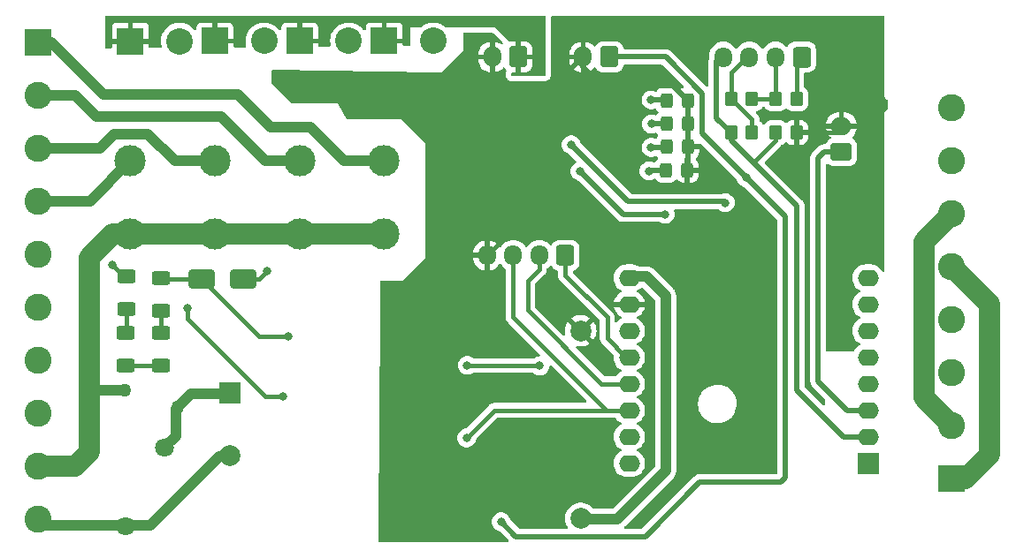
<source format=gbr>
%TF.GenerationSoftware,KiCad,Pcbnew,7.0.8*%
%TF.CreationDate,2025-02-03T21:17:31+05:30*%
%TF.ProjectId,WemosD1Mini-8266,57656d6f-7344-4314-9d69-6e692d383236,rev?*%
%TF.SameCoordinates,Original*%
%TF.FileFunction,Copper,L1,Top*%
%TF.FilePolarity,Positive*%
%FSLAX46Y46*%
G04 Gerber Fmt 4.6, Leading zero omitted, Abs format (unit mm)*
G04 Created by KiCad (PCBNEW 7.0.8) date 2025-02-03 21:17:31*
%MOMM*%
%LPD*%
G01*
G04 APERTURE LIST*
G04 Aperture macros list*
%AMRoundRect*
0 Rectangle with rounded corners*
0 $1 Rounding radius*
0 $2 $3 $4 $5 $6 $7 $8 $9 X,Y pos of 4 corners*
0 Add a 4 corners polygon primitive as box body*
4,1,4,$2,$3,$4,$5,$6,$7,$8,$9,$2,$3,0*
0 Add four circle primitives for the rounded corners*
1,1,$1+$1,$2,$3*
1,1,$1+$1,$4,$5*
1,1,$1+$1,$6,$7*
1,1,$1+$1,$8,$9*
0 Add four rect primitives between the rounded corners*
20,1,$1+$1,$2,$3,$4,$5,0*
20,1,$1+$1,$4,$5,$6,$7,0*
20,1,$1+$1,$6,$7,$8,$9,0*
20,1,$1+$1,$8,$9,$2,$3,0*%
G04 Aperture macros list end*
%TA.AperFunction,ComponentPad*%
%ADD10C,1.270000*%
%TD*%
%TA.AperFunction,ComponentPad*%
%ADD11R,2.000000X2.000000*%
%TD*%
%TA.AperFunction,ComponentPad*%
%ADD12O,2.000000X1.600000*%
%TD*%
%TA.AperFunction,ComponentPad*%
%ADD13C,3.000000*%
%TD*%
%TA.AperFunction,ComponentPad*%
%ADD14R,2.540000X2.540000*%
%TD*%
%TA.AperFunction,ComponentPad*%
%ADD15C,2.540000*%
%TD*%
%TA.AperFunction,ComponentPad*%
%ADD16C,2.000000*%
%TD*%
%TA.AperFunction,ComponentPad*%
%ADD17RoundRect,0.250000X0.750000X-0.600000X0.750000X0.600000X-0.750000X0.600000X-0.750000X-0.600000X0*%
%TD*%
%TA.AperFunction,ComponentPad*%
%ADD18O,2.000000X1.700000*%
%TD*%
%TA.AperFunction,SMDPad,CuDef*%
%ADD19RoundRect,0.250000X-1.000000X-0.650000X1.000000X-0.650000X1.000000X0.650000X-1.000000X0.650000X0*%
%TD*%
%TA.AperFunction,SMDPad,CuDef*%
%ADD20RoundRect,0.250000X0.325000X0.450000X-0.325000X0.450000X-0.325000X-0.450000X0.325000X-0.450000X0*%
%TD*%
%TA.AperFunction,ComponentPad*%
%ADD21R,2.600000X2.600000*%
%TD*%
%TA.AperFunction,ComponentPad*%
%ADD22C,2.600000*%
%TD*%
%TA.AperFunction,SMDPad,CuDef*%
%ADD23RoundRect,0.250000X0.625000X-0.400000X0.625000X0.400000X-0.625000X0.400000X-0.625000X-0.400000X0*%
%TD*%
%TA.AperFunction,ComponentPad*%
%ADD24RoundRect,0.250000X0.600000X0.750000X-0.600000X0.750000X-0.600000X-0.750000X0.600000X-0.750000X0*%
%TD*%
%TA.AperFunction,ComponentPad*%
%ADD25O,1.700000X2.000000*%
%TD*%
%TA.AperFunction,ComponentPad*%
%ADD26C,1.800000*%
%TD*%
%TA.AperFunction,SMDPad,CuDef*%
%ADD27RoundRect,0.250000X-0.625000X0.400000X-0.625000X-0.400000X0.625000X-0.400000X0.625000X0.400000X0*%
%TD*%
%TA.AperFunction,SMDPad,CuDef*%
%ADD28RoundRect,0.250000X-0.350000X-0.450000X0.350000X-0.450000X0.350000X0.450000X-0.350000X0.450000X0*%
%TD*%
%TA.AperFunction,ComponentPad*%
%ADD29RoundRect,0.250000X0.600000X0.725000X-0.600000X0.725000X-0.600000X-0.725000X0.600000X-0.725000X0*%
%TD*%
%TA.AperFunction,ComponentPad*%
%ADD30O,1.700000X1.950000*%
%TD*%
%TA.AperFunction,ViaPad*%
%ADD31C,0.800000*%
%TD*%
%TA.AperFunction,Conductor*%
%ADD32C,0.500000*%
%TD*%
%TA.AperFunction,Conductor*%
%ADD33C,0.400000*%
%TD*%
%TA.AperFunction,Conductor*%
%ADD34C,1.000000*%
%TD*%
%TA.AperFunction,Conductor*%
%ADD35C,2.000000*%
%TD*%
G04 APERTURE END LIST*
D10*
%TO.P,F1,1*%
%TO.N,/AC{slash}L*%
X113950000Y-136200000D03*
%TO.P,F1,2*%
%TO.N,/AC{slash}L(P)*%
X119050000Y-137800000D03*
%TD*%
D11*
%TO.P,U5,1,~{RST}*%
%TO.N,unconnected-(U5-~{RST}-Pad1)*%
X185110000Y-143210000D03*
D12*
%TO.P,U5,2,A0*%
%TO.N,Net-(J6-Pin_4)*%
X185110000Y-140670000D03*
%TO.P,U5,3,D0*%
%TO.N,/Voltage Sensing/In1*%
X185110000Y-138130000D03*
%TO.P,U5,4,SCK/D5*%
%TO.N,/Relays/RL1*%
X185110000Y-135590000D03*
%TO.P,U5,5,MISO/D6*%
%TO.N,/Relays/RL2*%
X185110000Y-133050000D03*
%TO.P,U5,6,MOSI/D7*%
%TO.N,/Relays/RL3*%
X185110000Y-130510000D03*
%TO.P,U5,7,CS/D8*%
%TO.N,/Relays/RL4*%
X185110000Y-127970000D03*
%TO.P,U5,8,3V3*%
%TO.N,+3.3V*%
X185110000Y-125430000D03*
%TO.P,U5,9,5V*%
%TO.N,+5V*%
X162250000Y-125430000D03*
%TO.P,U5,10,GND*%
%TO.N,Earth*%
X162250000Y-127970000D03*
%TO.P,U5,11,D4*%
%TO.N,unconnected-(U5-D4-Pad11)*%
X162250000Y-130510000D03*
%TO.P,U5,12,D3*%
%TO.N,/Voltage Sensing/In4*%
X162250000Y-133050000D03*
%TO.P,U5,13,SDA/D2*%
%TO.N,/Voltage Sensing/In3*%
X162250000Y-135590000D03*
%TO.P,U5,14,SCL/D1*%
%TO.N,/Voltage Sensing/In2*%
X162250000Y-138130000D03*
%TO.P,U5,15,RX*%
%TO.N,unconnected-(U5-RX-Pad15)*%
X162250000Y-140670000D03*
%TO.P,U5,16,TX*%
%TO.N,unconnected-(U5-TX-Pad16)*%
X162250000Y-143210000D03*
%TD*%
D13*
%TO.P,RL3,13*%
%TO.N,/Load2*%
X122580000Y-114220000D03*
%TO.P,RL3,14*%
%TO.N,/AC{slash}L*%
X122580000Y-121220000D03*
D14*
%TO.P,RL3,A1*%
%TO.N,+5V*%
X122580000Y-102720000D03*
D15*
%TO.P,RL3,A2*%
%TO.N,Net-(U6-O5)*%
X127280000Y-102720000D03*
%TD*%
D11*
%TO.P,PS1,1,AC/L*%
%TO.N,/AC{slash}L(P)*%
X124000000Y-136500000D03*
D16*
%TO.P,PS1,2,AC/N*%
%TO.N,/AC{slash}N*%
X124000000Y-142500000D03*
%TO.P,PS1,3,-Vout*%
%TO.N,Earth*%
X157600000Y-130500000D03*
%TO.P,PS1,4,+Vout*%
%TO.N,+5V*%
X157600000Y-148500000D03*
%TD*%
D17*
%TO.P,J5,1,Pin_1*%
%TO.N,/Voltage Sensing/In1*%
X182555000Y-113370000D03*
D18*
%TO.P,J5,2,Pin_2*%
%TO.N,Earth*%
X182555000Y-110870000D03*
%TD*%
D19*
%TO.P,D4,1,K*%
%TO.N,Net-(D4-K)*%
X121280000Y-125520000D03*
%TO.P,D4,2,A*%
%TO.N,/AC{slash}N*%
X125280000Y-125520000D03*
%TD*%
D20*
%TO.P,D7,1,K*%
%TO.N,Earth*%
X167855000Y-110670000D03*
%TO.P,D7,2,A*%
%TO.N,Net-(D7-A)*%
X165805000Y-110670000D03*
%TD*%
D21*
%TO.P,J8,1,Pin_1*%
%TO.N,Net-(J8-Pin_1)*%
X193130000Y-144700000D03*
D22*
%TO.P,J8,2,Pin_2*%
%TO.N,Net-(J8-Pin_2)*%
X193130000Y-139620000D03*
%TO.P,J8,3,Pin_3*%
%TO.N,Net-(J8-Pin_3)*%
X193130000Y-134540000D03*
%TO.P,J8,4,Pin_4*%
%TO.N,Net-(J8-Pin_4)*%
X193130000Y-129460000D03*
%TO.P,J8,5,Pin_5*%
%TO.N,Net-(J8-Pin_1)*%
X193130000Y-124380000D03*
%TO.P,J8,6,Pin_6*%
%TO.N,Net-(J8-Pin_2)*%
X193130000Y-119300000D03*
%TO.P,J8,7,Pin_7*%
%TO.N,Net-(J8-Pin_3)*%
X193130000Y-114220000D03*
%TO.P,J8,8,Pin_8*%
%TO.N,Net-(J8-Pin_4)*%
X193130000Y-109140000D03*
%TD*%
D23*
%TO.P,R12,1*%
%TO.N,Net-(R11-Pad2)*%
X117430000Y-133800000D03*
%TO.P,R12,2*%
%TO.N,Net-(R12-Pad2)*%
X117430000Y-130700000D03*
%TD*%
D24*
%TO.P,J3,1,Pin_1*%
%TO.N,+3.3V*%
X160330000Y-104245000D03*
D25*
%TO.P,J3,2,Pin_2*%
%TO.N,Earth*%
X157830000Y-104245000D03*
%TD*%
D26*
%TO.P,RV1,1*%
%TO.N,/AC{slash}L(P)*%
X117750000Y-141750000D03*
%TO.P,RV1,2*%
%TO.N,/AC{slash}N*%
X114050000Y-149250000D03*
%TD*%
D24*
%TO.P,J2,1,Pin_1*%
%TO.N,+5V*%
X151630000Y-104245000D03*
D25*
%TO.P,J2,2,Pin_2*%
%TO.N,Earth*%
X149130000Y-104245000D03*
%TD*%
D13*
%TO.P,RL1,13*%
%TO.N,/Load4*%
X138780000Y-114220000D03*
%TO.P,RL1,14*%
%TO.N,/AC{slash}L*%
X138780000Y-121220000D03*
D14*
%TO.P,RL1,A1*%
%TO.N,+5V*%
X138780000Y-102720000D03*
D15*
%TO.P,RL1,A2*%
%TO.N,Net-(U6-O1)*%
X143480000Y-102720000D03*
%TD*%
D23*
%TO.P,R13,1*%
%TO.N,Net-(R12-Pad2)*%
X117380000Y-128550000D03*
%TO.P,R13,2*%
%TO.N,Net-(D4-K)*%
X117380000Y-125450000D03*
%TD*%
D27*
%TO.P,R11,1*%
%TO.N,Net-(R10-Pad2)*%
X113980000Y-130700000D03*
%TO.P,R11,2*%
%TO.N,Net-(R11-Pad2)*%
X113980000Y-133800000D03*
%TD*%
D13*
%TO.P,RL2,13*%
%TO.N,/Load3*%
X130680000Y-114220000D03*
%TO.P,RL2,14*%
%TO.N,/AC{slash}L*%
X130680000Y-121220000D03*
D14*
%TO.P,RL2,A1*%
%TO.N,+5V*%
X130680000Y-102720000D03*
D15*
%TO.P,RL2,A2*%
%TO.N,Net-(U6-O3)*%
X135380000Y-102720000D03*
%TD*%
D28*
%TO.P,R21,1*%
%TO.N,Net-(J6-Pin_3)*%
X172000000Y-108250000D03*
%TO.P,R21,2*%
%TO.N,Net-(J6-Pin_2)*%
X174000000Y-108250000D03*
%TD*%
D29*
%TO.P,J6,1,Pin_1*%
%TO.N,Net-(J6-Pin_1)*%
X178750000Y-104250000D03*
D30*
%TO.P,J6,2,Pin_2*%
%TO.N,Net-(J6-Pin_2)*%
X176250000Y-104250000D03*
%TO.P,J6,3,Pin_3*%
%TO.N,Net-(J6-Pin_3)*%
X173750000Y-104250000D03*
%TO.P,J6,4,Pin_4*%
%TO.N,Net-(J6-Pin_4)*%
X171250000Y-104250000D03*
%TD*%
D28*
%TO.P,R23,1*%
%TO.N,Net-(J6-Pin_4)*%
X176250000Y-111500000D03*
%TO.P,R23,2*%
%TO.N,Earth*%
X178250000Y-111500000D03*
%TD*%
D20*
%TO.P,D5,1,K*%
%TO.N,Earth*%
X167805000Y-115120000D03*
%TO.P,D5,2,A*%
%TO.N,Net-(D5-A)*%
X165755000Y-115120000D03*
%TD*%
D27*
%TO.P,R10,1*%
%TO.N,/M4*%
X114080000Y-125300000D03*
%TO.P,R10,2*%
%TO.N,Net-(R10-Pad2)*%
X114080000Y-128400000D03*
%TD*%
D13*
%TO.P,RL4,13*%
%TO.N,/Load1*%
X114480000Y-114230000D03*
%TO.P,RL4,14*%
%TO.N,/AC{slash}L*%
X114480000Y-121230000D03*
D14*
%TO.P,RL4,A1*%
%TO.N,+5V*%
X114480000Y-102730000D03*
D15*
%TO.P,RL4,A2*%
%TO.N,Net-(U6-O7)*%
X119180000Y-102730000D03*
%TD*%
D28*
%TO.P,R20,1*%
%TO.N,Net-(J6-Pin_2)*%
X176250000Y-108250000D03*
%TO.P,R20,2*%
%TO.N,Net-(J6-Pin_1)*%
X178250000Y-108250000D03*
%TD*%
D20*
%TO.P,D6,1,K*%
%TO.N,Earth*%
X167855000Y-112870000D03*
%TO.P,D6,2,A*%
%TO.N,Net-(D6-A)*%
X165805000Y-112870000D03*
%TD*%
D21*
%TO.P,J1,1,Pin_1*%
%TO.N,/Load4*%
X105630000Y-102860000D03*
D22*
%TO.P,J1,2,Pin_2*%
%TO.N,/Load3*%
X105630000Y-107940000D03*
%TO.P,J1,3,Pin_3*%
%TO.N,/Load2*%
X105630000Y-113020000D03*
%TO.P,J1,4,Pin_4*%
%TO.N,/Load1*%
X105630000Y-118100000D03*
%TO.P,J1,5,Pin_5*%
%TO.N,/M4*%
X105630000Y-123180000D03*
%TO.P,J1,6,Pin_6*%
%TO.N,/M3*%
X105630000Y-128260000D03*
%TO.P,J1,7,Pin_7*%
%TO.N,/M2*%
X105630000Y-133340000D03*
%TO.P,J1,8,Pin_8*%
%TO.N,/M1*%
X105630000Y-138420000D03*
%TO.P,J1,9,Pin_9*%
%TO.N,/AC{slash}L*%
X105630000Y-143500000D03*
%TO.P,J1,10,Pin_10*%
%TO.N,/AC{slash}N*%
X105630000Y-148580000D03*
%TD*%
D28*
%TO.P,R22,1*%
%TO.N,Net-(J6-Pin_4)*%
X172000000Y-111500000D03*
%TO.P,R22,2*%
%TO.N,Net-(J6-Pin_3)*%
X174000000Y-111500000D03*
%TD*%
D20*
%TO.P,D8,1,K*%
%TO.N,Earth*%
X167855000Y-108420000D03*
%TO.P,D8,2,A*%
%TO.N,Net-(D8-A)*%
X165805000Y-108420000D03*
%TD*%
D29*
%TO.P,J4,1,Pin_1*%
%TO.N,/Voltage Sensing/In4*%
X156130000Y-123270000D03*
D30*
%TO.P,J4,2,Pin_2*%
%TO.N,/Voltage Sensing/In3*%
X153630000Y-123270000D03*
%TO.P,J4,3,Pin_3*%
%TO.N,/Voltage Sensing/In2*%
X151130000Y-123270000D03*
%TO.P,J4,4,Pin_4*%
%TO.N,Earth*%
X148630000Y-123270000D03*
%TD*%
D31*
%TO.N,Earth*%
X154500000Y-126820000D03*
X152830000Y-119070000D03*
%TO.N,/Voltage Sensing/In2*%
X146680000Y-140770000D03*
%TO.N,/Voltage Sensing/In3*%
X153680000Y-133870000D03*
X146730000Y-133820000D03*
%TO.N,/AC{slash}N*%
X127530000Y-124820000D03*
%TO.N,Net-(D4-K)*%
X129630000Y-131070000D03*
%TO.N,+3.3V*%
X149980000Y-148820000D03*
X173430000Y-115820000D03*
%TO.N,/M4*%
X112750000Y-124170000D03*
%TO.N,Net-(D3-K)*%
X129130000Y-136820000D03*
X119930000Y-128320000D03*
%TO.N,/Relays/RL2*%
X157530000Y-115205000D03*
X165680000Y-119320000D03*
%TO.N,/Relays/RL3*%
X156680000Y-112665000D03*
X171430000Y-118220000D03*
%TO.N,Net-(D5-A)*%
X164130000Y-115170000D03*
%TO.N,Net-(D6-A)*%
X164330000Y-112920000D03*
%TO.N,Net-(D7-A)*%
X164380000Y-110670000D03*
%TO.N,Net-(D8-A)*%
X164330000Y-108370000D03*
%TD*%
D32*
%TO.N,/Voltage Sensing/In1*%
X180330000Y-135320000D02*
X183140000Y-138130000D01*
X182555000Y-113370000D02*
X180880000Y-113370000D01*
X183140000Y-138130000D02*
X184825000Y-138130000D01*
X180880000Y-113370000D02*
X180330000Y-113920000D01*
X180330000Y-113920000D02*
X180330000Y-135320000D01*
D33*
%TO.N,Earth*%
X178250000Y-111500000D02*
X181925000Y-111500000D01*
X152830000Y-107470000D02*
X153130000Y-107170000D01*
D32*
X167855000Y-110670000D02*
X167855000Y-112870000D01*
X149130000Y-106870000D02*
X149130000Y-104245000D01*
X157830000Y-104245000D02*
X154905000Y-107170000D01*
X157830000Y-104245000D02*
X157830000Y-105241258D01*
D33*
X152830000Y-119070000D02*
X152830000Y-107470000D01*
D32*
X154905000Y-107170000D02*
X153130000Y-107170000D01*
X159058742Y-106470000D02*
X165905000Y-106470000D01*
X165905000Y-106470000D02*
X167855000Y-108420000D01*
D33*
X148630000Y-123270000D02*
X152830000Y-119070000D01*
D32*
X167855000Y-115070000D02*
X167805000Y-115120000D01*
X153130000Y-107170000D02*
X149430000Y-107170000D01*
X149430000Y-107170000D02*
X149130000Y-106870000D01*
X167855000Y-112870000D02*
X167855000Y-115070000D01*
D33*
X181925000Y-111500000D02*
X182555000Y-110870000D01*
D32*
X157830000Y-105241258D02*
X159058742Y-106470000D01*
X167855000Y-108420000D02*
X167855000Y-110670000D01*
D33*
%TO.N,/Voltage Sensing/In2*%
X149320000Y-138130000D02*
X161965000Y-138130000D01*
X161965000Y-138130000D02*
X160040000Y-138130000D01*
X160040000Y-138130000D02*
X151130000Y-129220000D01*
X151130000Y-129220000D02*
X151130000Y-123270000D01*
X146680000Y-140770000D02*
X149320000Y-138130000D01*
%TO.N,/Voltage Sensing/In3*%
X152500000Y-128500000D02*
X152500000Y-125750000D01*
X161965000Y-135590000D02*
X159590000Y-135590000D01*
X153630000Y-133820000D02*
X153680000Y-133870000D01*
X159590000Y-135590000D02*
X152500000Y-128500000D01*
X152500000Y-125750000D02*
X153630000Y-124620000D01*
X153630000Y-124620000D02*
X153630000Y-123270000D01*
X146730000Y-133820000D02*
X153630000Y-133820000D01*
%TO.N,/AC{slash}N*%
X126830000Y-125520000D02*
X127530000Y-124820000D01*
D34*
X106170000Y-149120000D02*
X105630000Y-148580000D01*
X122970000Y-142580000D02*
X116430000Y-149120000D01*
X114080000Y-149120000D02*
X106170000Y-149120000D01*
D33*
X125280000Y-125520000D02*
X126830000Y-125520000D01*
D34*
X116430000Y-149120000D02*
X114080000Y-149120000D01*
%TO.N,+5V*%
X163880000Y-125320000D02*
X162075000Y-125320000D01*
X161070000Y-148580000D02*
X165730000Y-143920000D01*
X157680000Y-148580000D02*
X161070000Y-148580000D01*
X165730000Y-127170000D02*
X163880000Y-125320000D01*
D32*
X114480000Y-102730000D02*
X114520000Y-102730000D01*
D34*
X165730000Y-143920000D02*
X165730000Y-127170000D01*
X157600000Y-148500000D02*
X157680000Y-148580000D01*
X162075000Y-125320000D02*
X161965000Y-125430000D01*
D33*
%TO.N,Net-(D4-K)*%
X117450000Y-125520000D02*
X117380000Y-125450000D01*
X126830000Y-131070000D02*
X129630000Y-131070000D01*
X121280000Y-125520000D02*
X126830000Y-131070000D01*
X121280000Y-125520000D02*
X117450000Y-125520000D01*
D34*
%TO.N,/Load4*%
X127930000Y-110970000D02*
X124780000Y-107820000D01*
X124780000Y-107820000D02*
X111890000Y-107820000D01*
X138780000Y-114220000D02*
X134930000Y-114220000D01*
X134930000Y-114220000D02*
X131680000Y-110970000D01*
X131680000Y-110970000D02*
X127930000Y-110970000D01*
X106930000Y-102860000D02*
X105630000Y-102860000D01*
X111890000Y-107820000D02*
X106930000Y-102860000D01*
D32*
%TO.N,+3.3V*%
X177180000Y-144570000D02*
X176750000Y-145000000D01*
X163770000Y-150230000D02*
X151390000Y-150230000D01*
X173430000Y-115820000D02*
X177180000Y-119570000D01*
X169202794Y-111592794D02*
X173430000Y-115820000D01*
X160330000Y-104245000D02*
X165727794Y-104245000D01*
X177180000Y-119570000D02*
X177180000Y-144570000D01*
X165727794Y-104245000D02*
X169202794Y-107720000D01*
X169000000Y-145000000D02*
X163770000Y-150230000D01*
X176750000Y-145000000D02*
X169000000Y-145000000D01*
X151390000Y-150230000D02*
X149980000Y-148820000D01*
X169202794Y-107720000D02*
X169202794Y-111592794D01*
D34*
%TO.N,/Load3*%
X127380000Y-114220000D02*
X130680000Y-114220000D01*
X111230000Y-109970000D02*
X123130000Y-109970000D01*
X105630000Y-107940000D02*
X109200000Y-107940000D01*
X123130000Y-109970000D02*
X127380000Y-114220000D01*
X109200000Y-107940000D02*
X111230000Y-109970000D01*
%TO.N,/Load2*%
X105630000Y-113020000D02*
X111530000Y-113020000D01*
X118730000Y-114220000D02*
X122580000Y-114220000D01*
X112930000Y-111620000D02*
X116130000Y-111620000D01*
X116130000Y-111620000D02*
X118730000Y-114220000D01*
X111530000Y-113020000D02*
X112930000Y-111620000D01*
D35*
%TO.N,/AC{slash}L*%
X114490000Y-121220000D02*
X114480000Y-121230000D01*
X109200000Y-143500000D02*
X105630000Y-143500000D01*
X110530000Y-136250000D02*
X110530000Y-142170000D01*
X112770000Y-121230000D02*
X110530000Y-123470000D01*
X122580000Y-121220000D02*
X114490000Y-121220000D01*
X130680000Y-121220000D02*
X122580000Y-121220000D01*
X110530000Y-142170000D02*
X109200000Y-143500000D01*
X138780000Y-121220000D02*
X130680000Y-121220000D01*
D34*
X113950000Y-136200000D02*
X110580000Y-136200000D01*
D35*
X110530000Y-123470000D02*
X110530000Y-136250000D01*
X114480000Y-121230000D02*
X112770000Y-121230000D01*
D34*
X110580000Y-136200000D02*
X110530000Y-136250000D01*
%TO.N,/Load1*%
X105630000Y-118100000D02*
X110610000Y-118100000D01*
X110610000Y-118100000D02*
X114480000Y-114230000D01*
D32*
%TO.N,Net-(U6-O5)*%
X127280000Y-102720000D02*
X127280000Y-103020000D01*
D33*
%TO.N,/M4*%
X112750000Y-124170000D02*
X114080000Y-125500000D01*
%TO.N,Net-(D3-K)*%
X129130000Y-136820000D02*
X127430000Y-136820000D01*
X119930000Y-129320000D02*
X119930000Y-128320000D01*
X127430000Y-136820000D02*
X119930000Y-129320000D01*
%TO.N,Net-(R10-Pad2)*%
X114080000Y-128400000D02*
X114080000Y-130600000D01*
X114080000Y-130600000D02*
X113980000Y-130700000D01*
%TO.N,/Voltage Sensing/In4*%
X160130000Y-131215000D02*
X160130000Y-129220000D01*
X161965000Y-133050000D02*
X160130000Y-131215000D01*
X156130000Y-125220000D02*
X156130000Y-123270000D01*
X160130000Y-129220000D02*
X156130000Y-125220000D01*
D32*
%TO.N,/Relays/RL2*%
X161645000Y-119320000D02*
X157530000Y-115205000D01*
X165680000Y-119320000D02*
X161645000Y-119320000D01*
%TO.N,/Relays/RL3*%
X171330000Y-118120000D02*
X162135000Y-118120000D01*
X162135000Y-118120000D02*
X156680000Y-112665000D01*
X171430000Y-118220000D02*
X171330000Y-118120000D01*
%TO.N,Net-(D5-A)*%
X165755000Y-115120000D02*
X164180000Y-115120000D01*
X164180000Y-115120000D02*
X164130000Y-115170000D01*
%TO.N,Net-(D6-A)*%
X165755000Y-112920000D02*
X165805000Y-112870000D01*
X164330000Y-112920000D02*
X165755000Y-112920000D01*
%TO.N,Net-(D7-A)*%
X165805000Y-110670000D02*
X164380000Y-110670000D01*
%TO.N,Net-(D8-A)*%
X165755000Y-108370000D02*
X165805000Y-108420000D01*
X164330000Y-108370000D02*
X165755000Y-108370000D01*
D34*
%TO.N,/AC{slash}L(P)*%
X120270000Y-136580000D02*
X118830000Y-138020000D01*
X118830000Y-140570000D02*
X118830000Y-138020000D01*
X122970000Y-136580000D02*
X120270000Y-136580000D01*
X117780000Y-141620000D02*
X118830000Y-140570000D01*
D33*
%TO.N,Net-(J6-Pin_1)*%
X178250000Y-104500000D02*
X178750000Y-104000000D01*
X178250000Y-108250000D02*
X178250000Y-104500000D01*
%TO.N,Net-(R11-Pad2)*%
X117430000Y-133800000D02*
X113980000Y-133800000D01*
%TO.N,Net-(R12-Pad2)*%
X117380000Y-128550000D02*
X117380000Y-130650000D01*
X117380000Y-130650000D02*
X117430000Y-130700000D01*
%TO.N,Net-(J6-Pin_2)*%
X176250000Y-108250000D02*
X176250000Y-104000000D01*
X174000000Y-108250000D02*
X176250000Y-108250000D01*
D35*
%TO.N,Net-(J8-Pin_1)*%
X196700000Y-127950000D02*
X193130000Y-124380000D01*
X193130000Y-144700000D02*
X194430000Y-144700000D01*
X194430000Y-144700000D02*
X196700000Y-142430000D01*
X196700000Y-142430000D02*
X196700000Y-127950000D01*
%TO.N,Net-(J8-Pin_2)*%
X190430000Y-136920000D02*
X190430000Y-122000000D01*
X190430000Y-122000000D02*
X193130000Y-119300000D01*
X193130000Y-139620000D02*
X190430000Y-136920000D01*
D33*
%TO.N,Net-(J6-Pin_3)*%
X172000000Y-108252082D02*
X172000000Y-108250000D01*
X172000000Y-105750000D02*
X173750000Y-104000000D01*
X174000000Y-110252082D02*
X172000000Y-108252082D01*
X172000000Y-108250000D02*
X172000000Y-105750000D01*
X174000000Y-111500000D02*
X174000000Y-110252082D01*
D32*
%TO.N,Net-(J6-Pin_4)*%
X184825000Y-140670000D02*
X182780000Y-140670000D01*
X170591457Y-110091457D02*
X170591457Y-104658543D01*
X172000000Y-112250000D02*
X172000000Y-111500000D01*
D33*
X176250000Y-112250000D02*
X174125000Y-114375000D01*
D32*
X178280000Y-136170000D02*
X178280000Y-118530000D01*
D33*
X176250000Y-111500000D02*
X176250000Y-112250000D01*
D32*
X178280000Y-118530000D02*
X174125000Y-114375000D01*
X170591457Y-104658543D02*
X171250000Y-104000000D01*
X174125000Y-114375000D02*
X172000000Y-112250000D01*
X172000000Y-111500000D02*
X170591457Y-110091457D01*
X182780000Y-140670000D02*
X178280000Y-136170000D01*
%TD*%
%TA.AperFunction,Conductor*%
%TO.N,+5V*%
G36*
X154219538Y-100320185D02*
G01*
X154265293Y-100372989D01*
X154276494Y-100425520D01*
X154251956Y-103404529D01*
X154231013Y-105947021D01*
X154210777Y-106013896D01*
X154157598Y-106059215D01*
X154107017Y-106070000D01*
X151050243Y-106070000D01*
X150983204Y-106050315D01*
X150937449Y-105997511D01*
X150926302Y-105949815D01*
X150926216Y-105947021D01*
X150923932Y-105872811D01*
X150941545Y-105805200D01*
X150992916Y-105757843D01*
X151047873Y-105744999D01*
X151379999Y-105744999D01*
X151380000Y-105744998D01*
X151380000Y-104680501D01*
X151487685Y-104729680D01*
X151594237Y-104745000D01*
X151665763Y-104745000D01*
X151772315Y-104729680D01*
X151880000Y-104680501D01*
X151880000Y-105744999D01*
X152279972Y-105744999D01*
X152279986Y-105744998D01*
X152382697Y-105734505D01*
X152549119Y-105679358D01*
X152549124Y-105679356D01*
X152698345Y-105587315D01*
X152822315Y-105463345D01*
X152914356Y-105314124D01*
X152914358Y-105314119D01*
X152969505Y-105147697D01*
X152969506Y-105147690D01*
X152979999Y-105044986D01*
X152980000Y-105044973D01*
X152980000Y-104495000D01*
X152063686Y-104495000D01*
X152089493Y-104454844D01*
X152130000Y-104316889D01*
X152130000Y-104173111D01*
X152089493Y-104035156D01*
X152063686Y-103995000D01*
X152979999Y-103995000D01*
X152979999Y-103445028D01*
X152979998Y-103445013D01*
X152969505Y-103342302D01*
X152914358Y-103175880D01*
X152914356Y-103175875D01*
X152822315Y-103026654D01*
X152698345Y-102902684D01*
X152549124Y-102810643D01*
X152549119Y-102810641D01*
X152382697Y-102755494D01*
X152382690Y-102755493D01*
X152279986Y-102745000D01*
X151880000Y-102745000D01*
X151880000Y-103809498D01*
X151772315Y-103760320D01*
X151665763Y-103745000D01*
X151594237Y-103745000D01*
X151487685Y-103760320D01*
X151380000Y-103809498D01*
X151380000Y-102745000D01*
X150980028Y-102745000D01*
X150980012Y-102745001D01*
X150877302Y-102755494D01*
X150863529Y-102760058D01*
X150793700Y-102762458D01*
X150738398Y-102731557D01*
X150736780Y-102729995D01*
X149380000Y-101420000D01*
X144730615Y-101420000D01*
X144663576Y-101400315D01*
X144646274Y-101386899D01*
X144586984Y-101331886D01*
X144419807Y-101217906D01*
X144367736Y-101182404D01*
X144367725Y-101182397D01*
X144128655Y-101067268D01*
X144128636Y-101067261D01*
X143875083Y-100989051D01*
X143875073Y-100989048D01*
X143612688Y-100949500D01*
X143612681Y-100949500D01*
X143347319Y-100949500D01*
X143347311Y-100949500D01*
X143084926Y-100989048D01*
X143084916Y-100989051D01*
X142831363Y-101067261D01*
X142831344Y-101067268D01*
X142592276Y-101182397D01*
X142592274Y-101182398D01*
X142373015Y-101331886D01*
X142313726Y-101386899D01*
X142251193Y-101418067D01*
X142229385Y-101420000D01*
X141280000Y-101420000D01*
X141280000Y-103047142D01*
X141260315Y-103114181D01*
X141207511Y-103159936D01*
X141157148Y-103171137D01*
X140675148Y-103175600D01*
X140607929Y-103156537D01*
X140561687Y-103104159D01*
X140550000Y-103051605D01*
X140550000Y-102970000D01*
X139380728Y-102970000D01*
X139403100Y-102922457D01*
X139433873Y-102761138D01*
X139423561Y-102597234D01*
X139382220Y-102470000D01*
X140550000Y-102470000D01*
X140550000Y-101402172D01*
X140549999Y-101402155D01*
X140543598Y-101342627D01*
X140543596Y-101342620D01*
X140493354Y-101207913D01*
X140493350Y-101207906D01*
X140407190Y-101092812D01*
X140407187Y-101092809D01*
X140292093Y-101006649D01*
X140292086Y-101006645D01*
X140157379Y-100956403D01*
X140157372Y-100956401D01*
X140097844Y-100950000D01*
X139030000Y-100950000D01*
X139030000Y-102115689D01*
X139021183Y-102110842D01*
X138862114Y-102070000D01*
X138739106Y-102070000D01*
X138617067Y-102085417D01*
X138530000Y-102119889D01*
X138530000Y-100950000D01*
X137462155Y-100950000D01*
X137402627Y-100956401D01*
X137402620Y-100956403D01*
X137267913Y-101006645D01*
X137267906Y-101006649D01*
X137152812Y-101092809D01*
X137152809Y-101092812D01*
X137066649Y-101207906D01*
X137066645Y-101207913D01*
X137016403Y-101342620D01*
X137016401Y-101342627D01*
X137010000Y-101402155D01*
X137010000Y-101569921D01*
X136990315Y-101636960D01*
X136937511Y-101682715D01*
X136868353Y-101692659D01*
X136804797Y-101663634D01*
X136789053Y-101647234D01*
X136735372Y-101579921D01*
X136681508Y-101512377D01*
X136486984Y-101331886D01*
X136319807Y-101217906D01*
X136267736Y-101182404D01*
X136267725Y-101182397D01*
X136028655Y-101067268D01*
X136028636Y-101067261D01*
X135775083Y-100989051D01*
X135775073Y-100989048D01*
X135512688Y-100949500D01*
X135512681Y-100949500D01*
X135247319Y-100949500D01*
X135247311Y-100949500D01*
X134984926Y-100989048D01*
X134984916Y-100989051D01*
X134731363Y-101067261D01*
X134731344Y-101067268D01*
X134492276Y-101182397D01*
X134492274Y-101182398D01*
X134273015Y-101331886D01*
X134078494Y-101512375D01*
X134078492Y-101512377D01*
X133913042Y-101719845D01*
X133780361Y-101949654D01*
X133683416Y-102196667D01*
X133683410Y-102196686D01*
X133624364Y-102455385D01*
X133624363Y-102455390D01*
X133604535Y-102719995D01*
X133604535Y-102720004D01*
X133624363Y-102984609D01*
X133624364Y-102984614D01*
X133624364Y-102984618D01*
X133624365Y-102984619D01*
X133627637Y-102998956D01*
X133648459Y-103090183D01*
X133644185Y-103159922D01*
X133602887Y-103216279D01*
X133537674Y-103241362D01*
X133528716Y-103241770D01*
X132575148Y-103250600D01*
X132507929Y-103231537D01*
X132461687Y-103179159D01*
X132450000Y-103126605D01*
X132450000Y-102970000D01*
X131280728Y-102970000D01*
X131303100Y-102922457D01*
X131333873Y-102761138D01*
X131323561Y-102597234D01*
X131282220Y-102470000D01*
X132450000Y-102470000D01*
X132450000Y-101402172D01*
X132449999Y-101402155D01*
X132443598Y-101342627D01*
X132443596Y-101342620D01*
X132393354Y-101207913D01*
X132393350Y-101207906D01*
X132307190Y-101092812D01*
X132307187Y-101092809D01*
X132192093Y-101006649D01*
X132192086Y-101006645D01*
X132057379Y-100956403D01*
X132057372Y-100956401D01*
X131997844Y-100950000D01*
X130930000Y-100950000D01*
X130930000Y-102115689D01*
X130921183Y-102110842D01*
X130762114Y-102070000D01*
X130639106Y-102070000D01*
X130517067Y-102085417D01*
X130430000Y-102119889D01*
X130430000Y-100950000D01*
X129362155Y-100950000D01*
X129302627Y-100956401D01*
X129302620Y-100956403D01*
X129167913Y-101006645D01*
X129167906Y-101006649D01*
X129052812Y-101092809D01*
X129052809Y-101092812D01*
X128966649Y-101207906D01*
X128966645Y-101207913D01*
X128916403Y-101342620D01*
X128916401Y-101342627D01*
X128910000Y-101402155D01*
X128910000Y-101569921D01*
X128890315Y-101636960D01*
X128837511Y-101682715D01*
X128768353Y-101692659D01*
X128704797Y-101663634D01*
X128689053Y-101647234D01*
X128635372Y-101579921D01*
X128581508Y-101512377D01*
X128386984Y-101331886D01*
X128219807Y-101217906D01*
X128167736Y-101182404D01*
X128167725Y-101182397D01*
X127928655Y-101067268D01*
X127928636Y-101067261D01*
X127675083Y-100989051D01*
X127675073Y-100989048D01*
X127412688Y-100949500D01*
X127412681Y-100949500D01*
X127147319Y-100949500D01*
X127147311Y-100949500D01*
X126884926Y-100989048D01*
X126884916Y-100989051D01*
X126631363Y-101067261D01*
X126631344Y-101067268D01*
X126392276Y-101182397D01*
X126392274Y-101182398D01*
X126173015Y-101331886D01*
X125978494Y-101512375D01*
X125978492Y-101512377D01*
X125813042Y-101719845D01*
X125680361Y-101949654D01*
X125583416Y-102196667D01*
X125583410Y-102196686D01*
X125524364Y-102455385D01*
X125524363Y-102455390D01*
X125504535Y-102719995D01*
X125504535Y-102720004D01*
X125524363Y-102984609D01*
X125524364Y-102984614D01*
X125524364Y-102984618D01*
X125524365Y-102984619D01*
X125527637Y-102998956D01*
X125565541Y-103165025D01*
X125561268Y-103234764D01*
X125519969Y-103291121D01*
X125454757Y-103316204D01*
X125445798Y-103316612D01*
X125080000Y-103320000D01*
X124474950Y-103324635D01*
X124407762Y-103305465D01*
X124361604Y-103253013D01*
X124350000Y-103200639D01*
X124350000Y-102970000D01*
X123180728Y-102970000D01*
X123203100Y-102922457D01*
X123233873Y-102761138D01*
X123223561Y-102597234D01*
X123182220Y-102470000D01*
X124350000Y-102470000D01*
X124350000Y-101402172D01*
X124349999Y-101402155D01*
X124343598Y-101342627D01*
X124343596Y-101342620D01*
X124293354Y-101207913D01*
X124293350Y-101207906D01*
X124207190Y-101092812D01*
X124207187Y-101092809D01*
X124092093Y-101006649D01*
X124092086Y-101006645D01*
X123957379Y-100956403D01*
X123957372Y-100956401D01*
X123897844Y-100950000D01*
X122830000Y-100950000D01*
X122830000Y-102115689D01*
X122821183Y-102110842D01*
X122662114Y-102070000D01*
X122539106Y-102070000D01*
X122417067Y-102085417D01*
X122330000Y-102119889D01*
X122330000Y-100950000D01*
X121262155Y-100950000D01*
X121202627Y-100956401D01*
X121202620Y-100956403D01*
X121067913Y-101006645D01*
X121067906Y-101006649D01*
X120952812Y-101092809D01*
X120952809Y-101092812D01*
X120866649Y-101207906D01*
X120866645Y-101207913D01*
X120816403Y-101342620D01*
X120816401Y-101342627D01*
X120810000Y-101402155D01*
X120810000Y-101579921D01*
X120790315Y-101646960D01*
X120737511Y-101692715D01*
X120668353Y-101702659D01*
X120604797Y-101673634D01*
X120589053Y-101657234D01*
X120566384Y-101628808D01*
X120481508Y-101522377D01*
X120286984Y-101341886D01*
X120272312Y-101331883D01*
X120067736Y-101192404D01*
X120067725Y-101192397D01*
X119828655Y-101077268D01*
X119828636Y-101077261D01*
X119575083Y-100999051D01*
X119575073Y-100999048D01*
X119312688Y-100959500D01*
X119312681Y-100959500D01*
X119047319Y-100959500D01*
X119047311Y-100959500D01*
X118784926Y-100999048D01*
X118784916Y-100999051D01*
X118531363Y-101077261D01*
X118531344Y-101077268D01*
X118292276Y-101192397D01*
X118292274Y-101192398D01*
X118073015Y-101341886D01*
X117878494Y-101522375D01*
X117878492Y-101522377D01*
X117713042Y-101729845D01*
X117580361Y-101959654D01*
X117483416Y-102206667D01*
X117483410Y-102206686D01*
X117424364Y-102465385D01*
X117424363Y-102465390D01*
X117404535Y-102729995D01*
X117404535Y-102730004D01*
X117424363Y-102994609D01*
X117424364Y-102994614D01*
X117477538Y-103227586D01*
X117473265Y-103297325D01*
X117431966Y-103353682D01*
X117366754Y-103378765D01*
X117357597Y-103379174D01*
X116374950Y-103386704D01*
X116307762Y-103367534D01*
X116261604Y-103315082D01*
X116250000Y-103262708D01*
X116250000Y-102980000D01*
X115080728Y-102980000D01*
X115103100Y-102932457D01*
X115133873Y-102771138D01*
X115123561Y-102607234D01*
X115082220Y-102480000D01*
X116250000Y-102480000D01*
X116250000Y-101412172D01*
X116249999Y-101412155D01*
X116243598Y-101352627D01*
X116243596Y-101352620D01*
X116193354Y-101217913D01*
X116193350Y-101217906D01*
X116107190Y-101102812D01*
X116107187Y-101102809D01*
X115992093Y-101016649D01*
X115992086Y-101016645D01*
X115857379Y-100966403D01*
X115857372Y-100966401D01*
X115797844Y-100960000D01*
X114730000Y-100960000D01*
X114730000Y-102125689D01*
X114721183Y-102120842D01*
X114562114Y-102080000D01*
X114439106Y-102080000D01*
X114317067Y-102095417D01*
X114230000Y-102129889D01*
X114230000Y-100960000D01*
X113162155Y-100960000D01*
X113102627Y-100966401D01*
X113102620Y-100966403D01*
X112967913Y-101016645D01*
X112967906Y-101016649D01*
X112852812Y-101102809D01*
X112852809Y-101102812D01*
X112766649Y-101217906D01*
X112766645Y-101217913D01*
X112716403Y-101352620D01*
X112716401Y-101352627D01*
X112710000Y-101412155D01*
X112710000Y-102480000D01*
X113879272Y-102480000D01*
X113856900Y-102527543D01*
X113826127Y-102688862D01*
X113836439Y-102852766D01*
X113877780Y-102980000D01*
X112710000Y-102980000D01*
X112710000Y-103291735D01*
X112690315Y-103358774D01*
X112637511Y-103404529D01*
X112586950Y-103415731D01*
X112154950Y-103419042D01*
X112087762Y-103399872D01*
X112041604Y-103347420D01*
X112030000Y-103295046D01*
X112030000Y-100424500D01*
X112049685Y-100357461D01*
X112102489Y-100311706D01*
X112154000Y-100300500D01*
X154152499Y-100300500D01*
X154219538Y-100320185D01*
G37*
%TD.AperFunction*%
%TD*%
%TA.AperFunction,Conductor*%
%TO.N,Earth*%
G36*
X186642539Y-100320185D02*
G01*
X186688294Y-100372989D01*
X186699500Y-100424500D01*
X186699500Y-107990784D01*
X186696437Y-108012745D01*
X186695598Y-108021792D01*
X186699235Y-108061035D01*
X186699500Y-108066758D01*
X186699500Y-108077843D01*
X186699501Y-108077855D01*
X186701536Y-108088749D01*
X186702327Y-108094415D01*
X186705964Y-108133658D01*
X186708443Y-108142372D01*
X186711667Y-108151989D01*
X186714938Y-108160432D01*
X186723593Y-108174411D01*
X186735690Y-108193948D01*
X186738467Y-108198933D01*
X186756042Y-108234228D01*
X186761526Y-108241490D01*
X186767957Y-108249235D01*
X186774080Y-108255951D01*
X186805535Y-108279706D01*
X186809943Y-108283366D01*
X186816331Y-108289189D01*
X186839067Y-108309916D01*
X186839068Y-108309916D01*
X186839069Y-108309917D01*
X186846797Y-108314702D01*
X186855580Y-108319594D01*
X186863734Y-108323654D01*
X186863736Y-108323656D01*
X186901647Y-108334442D01*
X186907060Y-108336256D01*
X186920802Y-108341579D01*
X186976200Y-108384155D01*
X186999786Y-108449923D01*
X187000000Y-108457203D01*
X187000000Y-109208520D01*
X186980315Y-109275559D01*
X186927511Y-109321314D01*
X186920483Y-109323902D01*
X186919050Y-109324616D01*
X186913452Y-109326492D01*
X186909953Y-109327781D01*
X186907653Y-109328435D01*
X186898008Y-109331668D01*
X186889563Y-109334939D01*
X186856060Y-109355683D01*
X186851058Y-109358470D01*
X186815770Y-109376042D01*
X186808547Y-109381496D01*
X186800751Y-109387970D01*
X186794044Y-109394085D01*
X186770300Y-109425526D01*
X186766642Y-109429932D01*
X186740085Y-109459064D01*
X186735322Y-109466756D01*
X186730385Y-109475620D01*
X186726343Y-109483738D01*
X186715559Y-109521639D01*
X186713739Y-109527070D01*
X186699499Y-109563827D01*
X186697829Y-109572762D01*
X186696437Y-109582745D01*
X186695598Y-109591792D01*
X186699235Y-109631035D01*
X186699500Y-109636758D01*
X186699500Y-124760784D01*
X186694764Y-124794727D01*
X186692566Y-124802450D01*
X186655282Y-124861541D01*
X186591970Y-124891094D01*
X186522731Y-124881726D01*
X186469548Y-124836413D01*
X186460920Y-124820911D01*
X186454017Y-124806108D01*
X186440568Y-124777266D01*
X186310047Y-124590861D01*
X186310045Y-124590858D01*
X186149141Y-124429954D01*
X185962734Y-124299432D01*
X185962732Y-124299431D01*
X185756497Y-124203261D01*
X185756488Y-124203258D01*
X185536697Y-124144366D01*
X185536687Y-124144364D01*
X185366784Y-124129500D01*
X184853216Y-124129500D01*
X184683312Y-124144364D01*
X184683302Y-124144366D01*
X184463511Y-124203258D01*
X184463502Y-124203261D01*
X184257267Y-124299431D01*
X184257265Y-124299432D01*
X184070858Y-124429954D01*
X183909954Y-124590858D01*
X183779432Y-124777265D01*
X183779431Y-124777267D01*
X183683261Y-124983502D01*
X183683258Y-124983511D01*
X183624366Y-125203302D01*
X183624364Y-125203313D01*
X183604532Y-125429998D01*
X183604532Y-125430001D01*
X183624364Y-125656686D01*
X183624366Y-125656697D01*
X183683258Y-125876488D01*
X183683261Y-125876497D01*
X183779431Y-126082732D01*
X183779432Y-126082734D01*
X183909954Y-126269141D01*
X184070858Y-126430045D01*
X184070861Y-126430047D01*
X184257266Y-126560568D01*
X184315275Y-126587618D01*
X184367714Y-126633791D01*
X184386866Y-126700984D01*
X184366650Y-126767865D01*
X184315275Y-126812382D01*
X184257267Y-126839431D01*
X184257265Y-126839432D01*
X184070858Y-126969954D01*
X183909954Y-127130858D01*
X183779432Y-127317265D01*
X183779431Y-127317267D01*
X183683261Y-127523502D01*
X183683258Y-127523511D01*
X183624366Y-127743302D01*
X183624364Y-127743313D01*
X183604532Y-127969998D01*
X183604532Y-127970001D01*
X183624364Y-128196686D01*
X183624366Y-128196697D01*
X183683258Y-128416488D01*
X183683261Y-128416497D01*
X183779431Y-128622732D01*
X183779432Y-128622734D01*
X183909954Y-128809141D01*
X184070858Y-128970045D01*
X184070861Y-128970047D01*
X184257266Y-129100568D01*
X184314681Y-129127341D01*
X184315275Y-129127618D01*
X184367714Y-129173791D01*
X184386866Y-129240984D01*
X184366650Y-129307865D01*
X184315275Y-129352382D01*
X184257267Y-129379431D01*
X184257265Y-129379432D01*
X184070858Y-129509954D01*
X183909954Y-129670858D01*
X183779432Y-129857265D01*
X183779431Y-129857267D01*
X183683261Y-130063502D01*
X183683258Y-130063511D01*
X183624366Y-130283302D01*
X183624364Y-130283313D01*
X183604532Y-130509998D01*
X183604532Y-130510001D01*
X183624364Y-130736686D01*
X183624366Y-130736697D01*
X183683258Y-130956488D01*
X183683261Y-130956497D01*
X183779431Y-131162732D01*
X183779432Y-131162734D01*
X183909954Y-131349141D01*
X184070858Y-131510045D01*
X184070861Y-131510047D01*
X184257266Y-131640568D01*
X184315275Y-131667618D01*
X184367714Y-131713791D01*
X184386866Y-131780984D01*
X184366650Y-131847865D01*
X184315275Y-131892382D01*
X184257267Y-131919431D01*
X184257265Y-131919432D01*
X184070858Y-132049954D01*
X183909954Y-132210858D01*
X183779432Y-132397265D01*
X183779431Y-132397267D01*
X183771561Y-132414143D01*
X183765329Y-132427511D01*
X183764912Y-132428405D01*
X183718740Y-132480844D01*
X183652530Y-132500000D01*
X181204500Y-132500000D01*
X181137461Y-132480315D01*
X181091706Y-132427511D01*
X181080500Y-132376000D01*
X181080500Y-114606230D01*
X181100185Y-114539191D01*
X181152989Y-114493436D01*
X181222147Y-114483492D01*
X181285703Y-114512517D01*
X181292181Y-114518549D01*
X181336344Y-114562712D01*
X181485666Y-114654814D01*
X181652203Y-114709999D01*
X181754991Y-114720500D01*
X183355008Y-114720499D01*
X183457797Y-114709999D01*
X183624334Y-114654814D01*
X183773656Y-114562712D01*
X183897712Y-114438656D01*
X183989814Y-114289334D01*
X184044999Y-114122797D01*
X184055500Y-114020009D01*
X184055499Y-112719992D01*
X184053968Y-112705009D01*
X184044999Y-112617203D01*
X184044998Y-112617200D01*
X184042461Y-112609544D01*
X183989814Y-112450666D01*
X183897712Y-112301344D01*
X183773656Y-112177288D01*
X183645565Y-112098281D01*
X183618441Y-112081551D01*
X183571717Y-112029603D01*
X183560494Y-111960640D01*
X183588338Y-111896558D01*
X183595857Y-111888331D01*
X183743105Y-111741082D01*
X183878600Y-111547578D01*
X183978429Y-111333492D01*
X183978432Y-111333486D01*
X184035636Y-111120000D01*
X182988686Y-111120000D01*
X183014493Y-111079844D01*
X183055000Y-110941889D01*
X183055000Y-110798111D01*
X183014493Y-110660156D01*
X182988686Y-110620000D01*
X184035636Y-110620000D01*
X184035635Y-110619999D01*
X183978432Y-110406513D01*
X183978429Y-110406507D01*
X183878600Y-110192422D01*
X183878599Y-110192420D01*
X183743113Y-109998926D01*
X183743108Y-109998920D01*
X183576079Y-109831891D01*
X183576073Y-109831886D01*
X183382579Y-109696400D01*
X183382577Y-109696399D01*
X183168492Y-109596570D01*
X183168483Y-109596566D01*
X182940326Y-109535432D01*
X182940316Y-109535430D01*
X182805000Y-109523590D01*
X182805000Y-110434498D01*
X182697315Y-110385320D01*
X182590763Y-110370000D01*
X182519237Y-110370000D01*
X182412685Y-110385320D01*
X182305000Y-110434498D01*
X182305000Y-109523591D01*
X182304999Y-109523590D01*
X182169683Y-109535430D01*
X182169673Y-109535432D01*
X181941516Y-109596566D01*
X181941507Y-109596570D01*
X181727422Y-109696399D01*
X181727420Y-109696400D01*
X181533926Y-109831886D01*
X181533920Y-109831891D01*
X181366894Y-109998917D01*
X181231399Y-110192421D01*
X181131570Y-110406507D01*
X181131567Y-110406513D01*
X181074364Y-110619999D01*
X181074364Y-110620000D01*
X182121314Y-110620000D01*
X182095507Y-110660156D01*
X182055000Y-110798111D01*
X182055000Y-110941889D01*
X182095507Y-111079844D01*
X182121314Y-111120000D01*
X181074364Y-111120000D01*
X181131567Y-111333486D01*
X181131570Y-111333492D01*
X181231399Y-111547577D01*
X181231400Y-111547579D01*
X181366886Y-111741073D01*
X181514143Y-111888331D01*
X181547627Y-111949654D01*
X181542643Y-112019346D01*
X181500771Y-112075279D01*
X181491558Y-112081550D01*
X181336347Y-112177285D01*
X181336343Y-112177288D01*
X181212289Y-112301342D01*
X181120187Y-112450663D01*
X181120185Y-112450668D01*
X181106893Y-112490781D01*
X181096295Y-112522766D01*
X181092405Y-112534504D01*
X181052632Y-112591949D01*
X180988116Y-112618772D01*
X180974699Y-112619500D01*
X180943705Y-112619500D01*
X180925735Y-112618191D01*
X180901972Y-112614710D01*
X180856890Y-112618655D01*
X180849933Y-112619264D01*
X180844532Y-112619500D01*
X180836288Y-112619500D01*
X180803707Y-112623308D01*
X180727199Y-112630001D01*
X180720133Y-112631461D01*
X180720121Y-112631404D01*
X180712754Y-112633038D01*
X180712768Y-112633094D01*
X180705751Y-112634756D01*
X180633573Y-112661026D01*
X180560662Y-112685187D01*
X180554119Y-112688238D01*
X180554094Y-112688186D01*
X180547314Y-112691468D01*
X180547340Y-112691520D01*
X180540881Y-112694764D01*
X180476709Y-112736970D01*
X180411345Y-112777288D01*
X180405677Y-112781770D01*
X180405641Y-112781724D01*
X180399798Y-112786484D01*
X180399835Y-112786528D01*
X180394310Y-112791164D01*
X180394304Y-112791169D01*
X180394304Y-112791170D01*
X180386902Y-112799016D01*
X180341599Y-112847033D01*
X179844358Y-113344272D01*
X179830729Y-113356051D01*
X179811468Y-113370390D01*
X179777898Y-113410397D01*
X179774253Y-113414376D01*
X179768409Y-113420222D01*
X179748059Y-113445959D01*
X179698695Y-113504789D01*
X179694729Y-113510819D01*
X179694682Y-113510788D01*
X179690630Y-113517147D01*
X179690679Y-113517177D01*
X179686889Y-113523321D01*
X179654424Y-113592941D01*
X179619960Y-113661566D01*
X179617488Y-113668357D01*
X179617432Y-113668336D01*
X179614960Y-113675450D01*
X179615015Y-113675469D01*
X179612742Y-113682327D01*
X179604975Y-113719946D01*
X179597207Y-113757565D01*
X179589839Y-113788655D01*
X179579498Y-113832286D01*
X179578661Y-113839454D01*
X179578601Y-113839447D01*
X179577835Y-113846945D01*
X179577895Y-113846951D01*
X179577265Y-113854140D01*
X179579500Y-113930916D01*
X179579500Y-135256294D01*
X179578191Y-135274263D01*
X179574710Y-135298025D01*
X179579264Y-135350064D01*
X179579500Y-135355470D01*
X179579500Y-135363709D01*
X179583306Y-135396274D01*
X179590000Y-135472791D01*
X179591461Y-135479867D01*
X179591403Y-135479878D01*
X179593034Y-135487237D01*
X179593092Y-135487224D01*
X179594757Y-135494250D01*
X179621025Y-135566424D01*
X179645185Y-135639331D01*
X179648236Y-135645874D01*
X179648182Y-135645898D01*
X179651470Y-135652688D01*
X179651521Y-135652663D01*
X179654761Y-135659113D01*
X179654762Y-135659114D01*
X179654763Y-135659117D01*
X179687531Y-135708939D01*
X179696965Y-135723283D01*
X179737287Y-135788655D01*
X179741766Y-135794319D01*
X179741719Y-135794356D01*
X179746482Y-135800202D01*
X179746528Y-135800164D01*
X179751173Y-135805700D01*
X179781306Y-135834128D01*
X179807018Y-135858386D01*
X180963681Y-137015049D01*
X180997166Y-137076371D01*
X181000000Y-137102729D01*
X181000000Y-137529270D01*
X180980315Y-137596309D01*
X180927511Y-137642064D01*
X180858353Y-137652008D01*
X180794797Y-137622983D01*
X180788319Y-137616951D01*
X179066819Y-135895451D01*
X179033334Y-135834128D01*
X179030500Y-135807770D01*
X179030500Y-118593705D01*
X179031809Y-118575735D01*
X179035289Y-118551974D01*
X179030736Y-118499939D01*
X179030500Y-118494532D01*
X179030500Y-118486297D01*
X179030500Y-118486291D01*
X179026691Y-118453707D01*
X179019998Y-118377202D01*
X179019996Y-118377197D01*
X179018538Y-118370133D01*
X179018597Y-118370120D01*
X179016967Y-118362764D01*
X179016908Y-118362779D01*
X179015242Y-118355753D01*
X179015241Y-118355745D01*
X178988973Y-118283573D01*
X178964815Y-118210666D01*
X178961763Y-118204121D01*
X178961817Y-118204095D01*
X178958533Y-118197312D01*
X178958480Y-118197340D01*
X178955238Y-118190886D01*
X178955237Y-118190883D01*
X178913038Y-118126723D01*
X178872712Y-118061344D01*
X178872711Y-118061343D01*
X178872710Y-118061341D01*
X178868234Y-118055681D01*
X178868280Y-118055643D01*
X178863519Y-118049799D01*
X178863474Y-118049838D01*
X178858834Y-118044308D01*
X178802982Y-117991613D01*
X175238693Y-114427324D01*
X175205208Y-114366001D01*
X175210192Y-114296309D01*
X175238691Y-114251964D01*
X176729056Y-112761599D01*
X176731748Y-112759065D01*
X176778183Y-112717929D01*
X176787101Y-112705007D01*
X176841380Y-112661016D01*
X176850110Y-112657752D01*
X176919334Y-112634814D01*
X177068656Y-112542712D01*
X177162675Y-112448692D01*
X177223994Y-112415210D01*
X177293686Y-112420194D01*
X177338034Y-112448695D01*
X177431654Y-112542315D01*
X177580875Y-112634356D01*
X177580880Y-112634358D01*
X177747302Y-112689505D01*
X177747309Y-112689506D01*
X177850019Y-112699999D01*
X177999999Y-112699999D01*
X178000000Y-112699998D01*
X178000000Y-111750000D01*
X178500000Y-111750000D01*
X178500000Y-112699999D01*
X178649972Y-112699999D01*
X178649986Y-112699998D01*
X178752697Y-112689505D01*
X178919119Y-112634358D01*
X178919124Y-112634356D01*
X179068345Y-112542315D01*
X179192315Y-112418345D01*
X179284356Y-112269124D01*
X179284358Y-112269119D01*
X179339505Y-112102697D01*
X179339506Y-112102690D01*
X179349999Y-111999986D01*
X179350000Y-111999973D01*
X179350000Y-111750000D01*
X178500000Y-111750000D01*
X178000000Y-111750000D01*
X178000000Y-110300000D01*
X178500000Y-110300000D01*
X178500000Y-111250000D01*
X179349999Y-111250000D01*
X179349999Y-111000028D01*
X179349998Y-111000013D01*
X179339505Y-110897302D01*
X179284358Y-110730880D01*
X179284356Y-110730875D01*
X179192315Y-110581654D01*
X179068345Y-110457684D01*
X178919124Y-110365643D01*
X178919119Y-110365641D01*
X178752697Y-110310494D01*
X178752690Y-110310493D01*
X178649986Y-110300000D01*
X178500000Y-110300000D01*
X178000000Y-110300000D01*
X177850027Y-110300000D01*
X177850012Y-110300001D01*
X177747302Y-110310494D01*
X177580880Y-110365641D01*
X177580875Y-110365643D01*
X177431657Y-110457682D01*
X177338034Y-110551305D01*
X177276710Y-110584789D01*
X177207019Y-110579805D01*
X177162672Y-110551304D01*
X177068657Y-110457289D01*
X177068656Y-110457288D01*
X176919334Y-110365186D01*
X176752797Y-110310001D01*
X176752795Y-110310000D01*
X176650010Y-110299500D01*
X175849998Y-110299500D01*
X175849980Y-110299501D01*
X175747203Y-110310000D01*
X175747200Y-110310001D01*
X175580668Y-110365185D01*
X175580663Y-110365187D01*
X175431342Y-110457289D01*
X175307289Y-110581342D01*
X175230539Y-110705775D01*
X175178591Y-110752499D01*
X175109628Y-110763722D01*
X175045546Y-110735878D01*
X175019461Y-110705775D01*
X174972626Y-110629843D01*
X174942712Y-110581344D01*
X174818656Y-110457288D01*
X174818655Y-110457287D01*
X174759402Y-110420739D01*
X174712678Y-110368791D01*
X174700500Y-110315201D01*
X174700500Y-110275117D01*
X174700613Y-110271372D01*
X174704357Y-110209476D01*
X174693177Y-110148468D01*
X174692615Y-110144771D01*
X174685140Y-110083211D01*
X174685139Y-110083207D01*
X174681546Y-110073733D01*
X174675519Y-110052111D01*
X174673694Y-110042152D01*
X174673694Y-110042150D01*
X174648241Y-109985596D01*
X174646807Y-109982134D01*
X174624818Y-109924153D01*
X174624818Y-109924152D01*
X174619058Y-109915808D01*
X174608035Y-109896262D01*
X174603878Y-109887025D01*
X174565617Y-109838189D01*
X174563417Y-109835199D01*
X174536717Y-109796516D01*
X174528185Y-109784155D01*
X174524160Y-109780589D01*
X174481750Y-109743017D01*
X174479056Y-109740481D01*
X174393144Y-109654569D01*
X174359659Y-109593246D01*
X174364643Y-109523554D01*
X174406515Y-109467621D01*
X174468224Y-109443530D01*
X174502797Y-109439999D01*
X174669334Y-109384814D01*
X174818656Y-109292712D01*
X174942712Y-109168656D01*
X175019461Y-109044224D01*
X175071409Y-108997500D01*
X175140371Y-108986277D01*
X175204453Y-109014120D01*
X175230538Y-109044224D01*
X175256812Y-109086821D01*
X175305380Y-109165564D01*
X175307288Y-109168656D01*
X175431344Y-109292712D01*
X175580666Y-109384814D01*
X175747203Y-109439999D01*
X175849991Y-109450500D01*
X176650008Y-109450499D01*
X176650016Y-109450498D01*
X176650019Y-109450498D01*
X176706302Y-109444748D01*
X176752797Y-109439999D01*
X176919334Y-109384814D01*
X177068656Y-109292712D01*
X177162319Y-109199049D01*
X177223642Y-109165564D01*
X177293334Y-109170548D01*
X177337681Y-109199049D01*
X177431344Y-109292712D01*
X177580666Y-109384814D01*
X177747203Y-109439999D01*
X177849991Y-109450500D01*
X178650008Y-109450499D01*
X178650016Y-109450498D01*
X178650019Y-109450498D01*
X178706302Y-109444748D01*
X178752797Y-109439999D01*
X178919334Y-109384814D01*
X179068656Y-109292712D01*
X179192712Y-109168656D01*
X179284814Y-109019334D01*
X179339999Y-108852797D01*
X179350500Y-108750009D01*
X179350499Y-107749992D01*
X179339999Y-107647203D01*
X179284814Y-107480666D01*
X179192712Y-107331344D01*
X179068656Y-107207288D01*
X179068655Y-107207287D01*
X179009402Y-107170739D01*
X178962678Y-107118791D01*
X178950500Y-107065201D01*
X178950500Y-105849499D01*
X178970185Y-105782460D01*
X179022989Y-105736705D01*
X179074500Y-105725499D01*
X179400002Y-105725499D01*
X179400008Y-105725499D01*
X179502797Y-105714999D01*
X179669334Y-105659814D01*
X179818656Y-105567712D01*
X179942712Y-105443656D01*
X180034814Y-105294334D01*
X180089999Y-105127797D01*
X180100500Y-105025009D01*
X180100499Y-103474992D01*
X180097434Y-103444992D01*
X180089999Y-103372203D01*
X180089998Y-103372200D01*
X180066415Y-103301032D01*
X180034814Y-103205666D01*
X179942712Y-103056344D01*
X179818656Y-102932288D01*
X179725888Y-102875069D01*
X179669336Y-102840187D01*
X179669331Y-102840185D01*
X179619857Y-102823791D01*
X179502797Y-102785001D01*
X179502795Y-102785000D01*
X179400010Y-102774500D01*
X178099998Y-102774500D01*
X178099981Y-102774501D01*
X177997203Y-102785000D01*
X177997200Y-102785001D01*
X177830668Y-102840185D01*
X177830663Y-102840187D01*
X177681342Y-102932289D01*
X177557289Y-103056342D01*
X177461821Y-103211121D01*
X177409873Y-103257845D01*
X177340910Y-103269068D01*
X177276828Y-103241224D01*
X177268601Y-103233705D01*
X177121402Y-103086506D01*
X177121395Y-103086501D01*
X176927834Y-102950967D01*
X176927830Y-102950965D01*
X176864436Y-102921404D01*
X176713663Y-102851097D01*
X176713659Y-102851096D01*
X176713655Y-102851094D01*
X176485413Y-102789938D01*
X176485403Y-102789936D01*
X176250001Y-102769341D01*
X176249999Y-102769341D01*
X176014596Y-102789936D01*
X176014586Y-102789938D01*
X175786344Y-102851094D01*
X175786335Y-102851098D01*
X175572171Y-102950964D01*
X175572169Y-102950965D01*
X175378597Y-103086505D01*
X175211505Y-103253597D01*
X175101575Y-103410595D01*
X175046998Y-103454220D01*
X174977500Y-103461414D01*
X174915145Y-103429891D01*
X174898425Y-103410595D01*
X174788494Y-103253597D01*
X174621402Y-103086506D01*
X174621395Y-103086501D01*
X174427834Y-102950967D01*
X174427830Y-102950965D01*
X174364436Y-102921404D01*
X174213663Y-102851097D01*
X174213659Y-102851096D01*
X174213655Y-102851094D01*
X173985413Y-102789938D01*
X173985403Y-102789936D01*
X173750001Y-102769341D01*
X173749999Y-102769341D01*
X173514596Y-102789936D01*
X173514586Y-102789938D01*
X173286344Y-102851094D01*
X173286335Y-102851098D01*
X173072171Y-102950964D01*
X173072169Y-102950965D01*
X172878597Y-103086505D01*
X172711505Y-103253597D01*
X172601575Y-103410595D01*
X172546998Y-103454220D01*
X172477500Y-103461414D01*
X172415145Y-103429891D01*
X172398425Y-103410595D01*
X172288494Y-103253597D01*
X172121402Y-103086506D01*
X172121395Y-103086501D01*
X171927834Y-102950967D01*
X171927830Y-102950965D01*
X171864436Y-102921404D01*
X171713663Y-102851097D01*
X171713659Y-102851096D01*
X171713655Y-102851094D01*
X171485413Y-102789938D01*
X171485403Y-102789936D01*
X171250001Y-102769341D01*
X171249999Y-102769341D01*
X171014596Y-102789936D01*
X171014586Y-102789938D01*
X170786344Y-102851094D01*
X170786335Y-102851098D01*
X170572171Y-102950964D01*
X170572169Y-102950965D01*
X170378597Y-103086505D01*
X170211505Y-103253597D01*
X170075965Y-103447169D01*
X170075964Y-103447171D01*
X169976098Y-103661335D01*
X169976094Y-103661344D01*
X169914938Y-103889586D01*
X169914936Y-103889596D01*
X169899500Y-104066034D01*
X169899500Y-104334715D01*
X169886312Y-104390364D01*
X169881414Y-104400115D01*
X169878945Y-104406900D01*
X169878889Y-104406879D01*
X169876417Y-104413993D01*
X169876472Y-104414012D01*
X169874199Y-104420870D01*
X169867989Y-104450950D01*
X169858664Y-104496108D01*
X169845458Y-104551827D01*
X169840955Y-104570829D01*
X169840118Y-104577997D01*
X169840058Y-104577990D01*
X169839292Y-104585488D01*
X169839352Y-104585494D01*
X169838722Y-104592683D01*
X169840957Y-104669459D01*
X169840957Y-106997432D01*
X169821272Y-107064471D01*
X169768468Y-107110226D01*
X169699310Y-107120170D01*
X169635754Y-107091145D01*
X169629276Y-107085113D01*
X166303523Y-103759361D01*
X166291743Y-103745730D01*
X166282117Y-103732801D01*
X166277406Y-103726472D01*
X166269693Y-103720000D01*
X166237381Y-103692886D01*
X166233406Y-103689244D01*
X166230484Y-103686322D01*
X166227574Y-103683411D01*
X166201834Y-103663059D01*
X166164904Y-103632071D01*
X166143008Y-103613698D01*
X166143007Y-103613697D01*
X166143003Y-103613694D01*
X166136974Y-103609729D01*
X166137006Y-103609680D01*
X166130647Y-103605628D01*
X166130616Y-103605679D01*
X166124474Y-103601891D01*
X166124472Y-103601890D01*
X166124471Y-103601889D01*
X166085268Y-103583608D01*
X166054852Y-103569424D01*
X166000179Y-103541967D01*
X165986227Y-103534960D01*
X165986225Y-103534959D01*
X165986224Y-103534959D01*
X165979439Y-103532489D01*
X165979459Y-103532433D01*
X165972343Y-103529959D01*
X165972325Y-103530015D01*
X165965465Y-103527742D01*
X165937635Y-103521996D01*
X165890228Y-103512207D01*
X165841266Y-103500603D01*
X165815513Y-103494499D01*
X165808341Y-103493661D01*
X165808347Y-103493601D01*
X165800849Y-103492835D01*
X165800844Y-103492895D01*
X165793654Y-103492265D01*
X165716877Y-103494500D01*
X161797535Y-103494500D01*
X161730496Y-103474815D01*
X161684741Y-103422011D01*
X161674177Y-103383102D01*
X161673663Y-103378071D01*
X161669999Y-103342203D01*
X161614814Y-103175666D01*
X161522712Y-103026344D01*
X161398656Y-102902288D01*
X161297970Y-102840185D01*
X161249336Y-102810187D01*
X161249331Y-102810185D01*
X161247862Y-102809698D01*
X161082797Y-102755001D01*
X161082795Y-102755000D01*
X160980010Y-102744500D01*
X159679998Y-102744500D01*
X159679981Y-102744501D01*
X159577203Y-102755000D01*
X159577200Y-102755001D01*
X159410668Y-102810185D01*
X159410663Y-102810187D01*
X159261342Y-102902289D01*
X159137288Y-103026343D01*
X159137285Y-103026347D01*
X159041550Y-103181558D01*
X158989602Y-103228283D01*
X158920640Y-103239504D01*
X158856558Y-103211661D01*
X158848331Y-103204143D01*
X158701078Y-103056891D01*
X158507578Y-102921399D01*
X158293492Y-102821570D01*
X158293486Y-102821567D01*
X158080000Y-102764364D01*
X158080000Y-103809498D01*
X157972315Y-103760320D01*
X157865763Y-103745000D01*
X157794237Y-103745000D01*
X157687685Y-103760320D01*
X157580000Y-103809498D01*
X157580000Y-102764364D01*
X157579999Y-102764364D01*
X157366513Y-102821567D01*
X157366507Y-102821570D01*
X157152422Y-102921399D01*
X157152420Y-102921400D01*
X156958926Y-103056886D01*
X156958920Y-103056891D01*
X156791891Y-103223920D01*
X156791886Y-103223926D01*
X156656400Y-103417420D01*
X156656399Y-103417422D01*
X156556570Y-103631507D01*
X156556566Y-103631516D01*
X156495432Y-103859673D01*
X156495430Y-103859684D01*
X156483592Y-103994999D01*
X156483593Y-103995000D01*
X157396314Y-103995000D01*
X157370507Y-104035156D01*
X157330000Y-104173111D01*
X157330000Y-104316889D01*
X157370507Y-104454844D01*
X157396314Y-104495000D01*
X156483592Y-104495000D01*
X156495430Y-104630315D01*
X156495432Y-104630326D01*
X156556566Y-104858483D01*
X156556570Y-104858492D01*
X156656399Y-105072577D01*
X156656400Y-105072579D01*
X156791886Y-105266073D01*
X156791891Y-105266079D01*
X156958917Y-105433105D01*
X157152421Y-105568600D01*
X157366507Y-105668429D01*
X157366516Y-105668433D01*
X157580000Y-105725634D01*
X157580000Y-104680501D01*
X157687685Y-104729680D01*
X157794237Y-104745000D01*
X157865763Y-104745000D01*
X157972315Y-104729680D01*
X158080000Y-104680501D01*
X158080000Y-105725633D01*
X158293483Y-105668433D01*
X158293492Y-105668429D01*
X158507577Y-105568600D01*
X158507579Y-105568599D01*
X158701073Y-105433113D01*
X158701079Y-105433108D01*
X158848331Y-105285857D01*
X158909654Y-105252372D01*
X158979346Y-105257356D01*
X159035279Y-105299228D01*
X159041551Y-105308441D01*
X159045186Y-105314334D01*
X159137288Y-105463656D01*
X159261344Y-105587712D01*
X159410666Y-105679814D01*
X159577203Y-105734999D01*
X159679991Y-105745500D01*
X160980008Y-105745499D01*
X160981154Y-105745382D01*
X160997895Y-105743671D01*
X161082797Y-105734999D01*
X161249334Y-105679814D01*
X161398656Y-105587712D01*
X161522712Y-105463656D01*
X161614814Y-105314334D01*
X161669999Y-105147797D01*
X161674177Y-105106896D01*
X161700573Y-105042207D01*
X161757753Y-105002055D01*
X161797535Y-104995500D01*
X165365564Y-104995500D01*
X165432603Y-105015185D01*
X165453245Y-105031819D01*
X167442288Y-107020862D01*
X167475773Y-107082185D01*
X167470789Y-107151877D01*
X167428917Y-107207810D01*
X167383728Y-107228356D01*
X167383731Y-107228364D01*
X167383662Y-107228386D01*
X167380563Y-107229796D01*
X167377304Y-107230493D01*
X167210880Y-107285641D01*
X167210875Y-107285643D01*
X167061654Y-107377684D01*
X166937683Y-107501655D01*
X166937679Y-107501660D01*
X166935826Y-107504665D01*
X166934018Y-107506290D01*
X166933202Y-107507323D01*
X166933025Y-107507183D01*
X166883874Y-107551385D01*
X166814911Y-107562601D01*
X166750831Y-107534752D01*
X166724753Y-107504653D01*
X166723424Y-107502499D01*
X166722712Y-107501344D01*
X166598656Y-107377288D01*
X166449334Y-107285186D01*
X166282797Y-107230001D01*
X166282795Y-107230000D01*
X166180010Y-107219500D01*
X165429998Y-107219500D01*
X165429980Y-107219501D01*
X165327203Y-107230000D01*
X165327200Y-107230001D01*
X165160668Y-107285185D01*
X165160663Y-107285187D01*
X165011342Y-107377289D01*
X164887288Y-107501343D01*
X164887286Y-107501346D01*
X164880786Y-107511884D01*
X164828837Y-107558606D01*
X164759874Y-107569826D01*
X164724814Y-107560062D01*
X164609807Y-107508857D01*
X164609802Y-107508855D01*
X164464001Y-107477865D01*
X164424646Y-107469500D01*
X164235354Y-107469500D01*
X164202897Y-107476398D01*
X164050197Y-107508855D01*
X164050192Y-107508857D01*
X163877270Y-107585848D01*
X163877265Y-107585851D01*
X163724129Y-107697111D01*
X163597466Y-107837785D01*
X163502821Y-108001715D01*
X163502818Y-108001722D01*
X163451250Y-108160433D01*
X163444326Y-108181744D01*
X163424540Y-108370000D01*
X163444326Y-108558256D01*
X163444327Y-108558259D01*
X163502818Y-108738277D01*
X163502821Y-108738284D01*
X163597467Y-108902216D01*
X163698226Y-109014120D01*
X163724129Y-109042888D01*
X163877265Y-109154148D01*
X163877270Y-109154151D01*
X164050192Y-109231142D01*
X164050197Y-109231144D01*
X164235354Y-109270500D01*
X164235355Y-109270500D01*
X164424644Y-109270500D01*
X164424646Y-109270500D01*
X164609803Y-109231144D01*
X164676425Y-109201481D01*
X164745672Y-109192196D01*
X164808949Y-109221824D01*
X164832396Y-109249662D01*
X164885249Y-109335351D01*
X164887289Y-109338657D01*
X165005951Y-109457319D01*
X165039436Y-109518642D01*
X165034452Y-109588334D01*
X165005951Y-109632681D01*
X164887289Y-109751342D01*
X164867365Y-109783644D01*
X164815416Y-109830367D01*
X164746453Y-109841588D01*
X164711392Y-109831825D01*
X164708117Y-109830367D01*
X164675337Y-109815772D01*
X164659801Y-109808855D01*
X164524624Y-109780123D01*
X164474646Y-109769500D01*
X164285354Y-109769500D01*
X164265392Y-109773743D01*
X164100197Y-109808855D01*
X164100192Y-109808857D01*
X163927270Y-109885848D01*
X163927265Y-109885851D01*
X163774129Y-109997111D01*
X163647466Y-110137785D01*
X163552821Y-110301715D01*
X163552818Y-110301722D01*
X163500657Y-110462259D01*
X163494326Y-110481744D01*
X163474540Y-110670000D01*
X163494326Y-110858256D01*
X163494327Y-110858259D01*
X163552818Y-111038277D01*
X163552821Y-111038284D01*
X163647467Y-111202216D01*
X163730967Y-111294952D01*
X163774129Y-111342888D01*
X163927265Y-111454148D01*
X163927270Y-111454151D01*
X164100192Y-111531142D01*
X164100197Y-111531144D01*
X164285354Y-111570500D01*
X164285355Y-111570500D01*
X164474644Y-111570500D01*
X164474646Y-111570500D01*
X164659803Y-111531144D01*
X164711392Y-111508174D01*
X164780640Y-111498889D01*
X164843917Y-111528517D01*
X164867365Y-111556357D01*
X164887285Y-111588652D01*
X164887288Y-111588656D01*
X164980951Y-111682319D01*
X165014436Y-111743642D01*
X165009452Y-111813334D01*
X164980951Y-111857681D01*
X164887288Y-111951343D01*
X164887285Y-111951347D01*
X164832397Y-112040335D01*
X164780449Y-112087060D01*
X164711487Y-112098281D01*
X164676423Y-112088517D01*
X164609807Y-112058857D01*
X164609802Y-112058855D01*
X164464001Y-112027865D01*
X164424646Y-112019500D01*
X164235354Y-112019500D01*
X164202897Y-112026398D01*
X164050197Y-112058855D01*
X164050192Y-112058857D01*
X163877270Y-112135848D01*
X163877265Y-112135851D01*
X163724129Y-112247111D01*
X163597466Y-112387785D01*
X163502821Y-112551715D01*
X163502818Y-112551722D01*
X163447441Y-112722156D01*
X163444326Y-112731744D01*
X163424540Y-112920000D01*
X163444326Y-113108256D01*
X163444327Y-113108259D01*
X163502818Y-113288277D01*
X163502821Y-113288284D01*
X163597467Y-113452216D01*
X163676496Y-113539986D01*
X163724129Y-113592888D01*
X163877265Y-113704148D01*
X163877270Y-113704151D01*
X164050192Y-113781142D01*
X164050197Y-113781144D01*
X164235354Y-113820500D01*
X164235355Y-113820500D01*
X164424644Y-113820500D01*
X164424646Y-113820500D01*
X164609803Y-113781144D01*
X164724815Y-113729936D01*
X164794063Y-113720652D01*
X164857340Y-113750279D01*
X164880788Y-113778118D01*
X164887287Y-113788655D01*
X164983168Y-113884536D01*
X165016653Y-113945859D01*
X165011669Y-114015551D01*
X164969797Y-114071484D01*
X164961783Y-114076940D01*
X164961343Y-114077288D01*
X164837289Y-114201342D01*
X164834237Y-114206290D01*
X164770975Y-114308856D01*
X164769901Y-114310597D01*
X164717953Y-114357321D01*
X164664362Y-114369500D01*
X164572367Y-114369500D01*
X164521931Y-114358779D01*
X164409807Y-114308857D01*
X164409802Y-114308855D01*
X164264001Y-114277865D01*
X164224646Y-114269500D01*
X164035354Y-114269500D01*
X164002897Y-114276398D01*
X163850197Y-114308855D01*
X163850192Y-114308857D01*
X163677270Y-114385848D01*
X163677265Y-114385851D01*
X163524129Y-114497111D01*
X163397466Y-114637785D01*
X163302821Y-114801715D01*
X163302818Y-114801722D01*
X163258742Y-114937375D01*
X163244326Y-114981744D01*
X163224540Y-115170000D01*
X163244326Y-115358256D01*
X163244327Y-115358259D01*
X163302818Y-115538277D01*
X163302821Y-115538284D01*
X163397467Y-115702216D01*
X163524129Y-115842888D01*
X163677265Y-115954148D01*
X163677270Y-115954151D01*
X163850192Y-116031142D01*
X163850197Y-116031144D01*
X164035354Y-116070500D01*
X164035355Y-116070500D01*
X164224644Y-116070500D01*
X164224646Y-116070500D01*
X164409803Y-116031144D01*
X164582730Y-115954151D01*
X164614312Y-115931205D01*
X164680116Y-115907725D01*
X164748170Y-115923550D01*
X164792735Y-115966426D01*
X164837285Y-116038652D01*
X164837288Y-116038656D01*
X164961344Y-116162712D01*
X165110666Y-116254814D01*
X165277203Y-116309999D01*
X165379991Y-116320500D01*
X166130008Y-116320499D01*
X166130016Y-116320498D01*
X166130019Y-116320498D01*
X166186302Y-116314748D01*
X166232797Y-116309999D01*
X166399334Y-116254814D01*
X166548656Y-116162712D01*
X166672712Y-116038656D01*
X166674752Y-116035347D01*
X166676745Y-116033555D01*
X166677193Y-116032989D01*
X166677289Y-116033065D01*
X166726694Y-115988623D01*
X166795656Y-115977395D01*
X166859740Y-116005234D01*
X166885829Y-116035339D01*
X166887681Y-116038341D01*
X166887683Y-116038344D01*
X167011654Y-116162315D01*
X167160875Y-116254356D01*
X167160880Y-116254358D01*
X167327302Y-116309505D01*
X167327309Y-116309506D01*
X167430019Y-116319999D01*
X167554999Y-116319999D01*
X167555000Y-116319998D01*
X167555000Y-115370000D01*
X168055000Y-115370000D01*
X168055000Y-116319999D01*
X168179972Y-116319999D01*
X168179986Y-116319998D01*
X168282697Y-116309505D01*
X168449119Y-116254358D01*
X168449124Y-116254356D01*
X168598345Y-116162315D01*
X168722315Y-116038345D01*
X168814356Y-115889124D01*
X168814358Y-115889119D01*
X168869505Y-115722697D01*
X168869506Y-115722690D01*
X168879999Y-115619986D01*
X168880000Y-115619973D01*
X168880000Y-115370000D01*
X168055000Y-115370000D01*
X167555000Y-115370000D01*
X167555000Y-114870000D01*
X168055000Y-114870000D01*
X168879999Y-114870000D01*
X168879999Y-114620028D01*
X168879998Y-114620013D01*
X168869505Y-114517302D01*
X168814358Y-114350880D01*
X168814356Y-114350875D01*
X168722315Y-114201654D01*
X168626030Y-114105369D01*
X168592545Y-114044046D01*
X168597529Y-113974354D01*
X168639401Y-113918421D01*
X168648183Y-113912443D01*
X168648344Y-113912316D01*
X168772315Y-113788345D01*
X168864356Y-113639124D01*
X168864358Y-113639119D01*
X168919505Y-113472697D01*
X168919506Y-113472690D01*
X168929999Y-113369986D01*
X168930000Y-113369973D01*
X168930000Y-113120000D01*
X168105000Y-113120000D01*
X168105000Y-114008638D01*
X168085315Y-114075677D01*
X168068681Y-114096319D01*
X168055000Y-114110000D01*
X168055000Y-114870000D01*
X167555000Y-114870000D01*
X167555000Y-113981362D01*
X167574685Y-113914323D01*
X167591319Y-113893681D01*
X167605000Y-113880000D01*
X167605000Y-108294000D01*
X167624685Y-108226961D01*
X167677489Y-108181206D01*
X167729000Y-108170000D01*
X167981000Y-108170000D01*
X168048039Y-108189685D01*
X168093794Y-108242489D01*
X168105000Y-108294000D01*
X168105000Y-112620000D01*
X168929997Y-112620000D01*
X168961633Y-112588364D01*
X169022956Y-112554879D01*
X169092648Y-112559863D01*
X169136996Y-112588364D01*
X172517228Y-115968596D01*
X172547478Y-116017958D01*
X172602819Y-116188280D01*
X172602821Y-116188284D01*
X172697467Y-116352216D01*
X172824129Y-116492888D01*
X172977265Y-116604148D01*
X172977270Y-116604151D01*
X173150191Y-116681142D01*
X173150193Y-116681142D01*
X173150197Y-116681144D01*
X173215329Y-116694987D01*
X173276809Y-116728178D01*
X173277228Y-116728596D01*
X176393181Y-119844549D01*
X176426666Y-119905872D01*
X176429500Y-119932230D01*
X176429500Y-144125500D01*
X176409815Y-144192539D01*
X176357011Y-144238294D01*
X176305500Y-144249500D01*
X169063705Y-144249500D01*
X169045735Y-144248191D01*
X169021972Y-144244710D01*
X168976533Y-144248686D01*
X168969931Y-144249264D01*
X168964530Y-144249500D01*
X168956289Y-144249500D01*
X168934579Y-144252037D01*
X168923724Y-144253306D01*
X168908419Y-144254645D01*
X168847199Y-144260001D01*
X168840132Y-144261460D01*
X168840120Y-144261404D01*
X168832763Y-144263035D01*
X168832777Y-144263092D01*
X168825743Y-144264759D01*
X168753575Y-144291025D01*
X168680675Y-144315181D01*
X168674126Y-144318236D01*
X168674101Y-144318183D01*
X168667308Y-144321471D01*
X168667334Y-144321523D01*
X168660880Y-144324764D01*
X168596708Y-144366971D01*
X168531347Y-144407285D01*
X168525683Y-144411765D01*
X168525647Y-144411719D01*
X168519798Y-144416484D01*
X168519835Y-144416528D01*
X168514310Y-144421164D01*
X168461597Y-144477035D01*
X163495451Y-149443181D01*
X163434128Y-149476666D01*
X163407770Y-149479500D01*
X161891429Y-149479500D01*
X161824390Y-149459815D01*
X161778635Y-149407011D01*
X161768691Y-149337853D01*
X161795822Y-149278443D01*
X161795044Y-149277841D01*
X161797613Y-149274520D01*
X161797716Y-149274297D01*
X161798198Y-149273765D01*
X161798891Y-149272868D01*
X161798895Y-149272866D01*
X161819928Y-149245691D01*
X161825098Y-149239821D01*
X166428467Y-144636452D01*
X166493053Y-144575059D01*
X166528099Y-144524706D01*
X166530938Y-144520941D01*
X166534612Y-144516435D01*
X166569698Y-144473407D01*
X166585601Y-144442960D01*
X166589674Y-144436239D01*
X166603393Y-144416528D01*
X166609295Y-144408049D01*
X166633492Y-144351660D01*
X166635498Y-144347435D01*
X166663909Y-144293049D01*
X166673357Y-144260022D01*
X166675988Y-144252633D01*
X166689540Y-144221058D01*
X166701895Y-144160930D01*
X166702999Y-144156429D01*
X166719886Y-144097418D01*
X166722494Y-144063157D01*
X166723585Y-144055389D01*
X166730500Y-144021743D01*
X166730500Y-143960398D01*
X166730679Y-143955688D01*
X166735337Y-143894524D01*
X166732473Y-143872038D01*
X166730997Y-143860442D01*
X166730500Y-143852603D01*
X166730500Y-137587763D01*
X168825787Y-137587763D01*
X168855413Y-137857013D01*
X168855415Y-137857024D01*
X168923926Y-138119082D01*
X168923928Y-138119088D01*
X169029870Y-138368390D01*
X169101998Y-138486575D01*
X169170979Y-138599605D01*
X169170986Y-138599615D01*
X169344253Y-138807819D01*
X169344259Y-138807824D01*
X169383056Y-138842586D01*
X169545998Y-138988582D01*
X169771910Y-139138044D01*
X170017176Y-139253020D01*
X170017183Y-139253022D01*
X170017185Y-139253023D01*
X170276557Y-139331057D01*
X170276564Y-139331058D01*
X170276569Y-139331060D01*
X170544561Y-139370500D01*
X170544566Y-139370500D01*
X170747636Y-139370500D01*
X170799133Y-139366730D01*
X170950156Y-139355677D01*
X171062758Y-139330593D01*
X171214546Y-139296782D01*
X171214548Y-139296781D01*
X171214553Y-139296780D01*
X171467558Y-139200014D01*
X171703777Y-139067441D01*
X171918177Y-138901888D01*
X172106186Y-138706881D01*
X172263799Y-138486579D01*
X172337787Y-138342669D01*
X172387649Y-138245690D01*
X172387651Y-138245684D01*
X172387656Y-138245675D01*
X172475118Y-137989305D01*
X172524319Y-137722933D01*
X172534212Y-137452235D01*
X172504586Y-137182982D01*
X172436072Y-136920912D01*
X172330130Y-136671610D01*
X172189018Y-136440390D01*
X172179655Y-136429139D01*
X172015746Y-136232180D01*
X172015740Y-136232175D01*
X171814002Y-136051418D01*
X171588092Y-135901957D01*
X171588090Y-135901956D01*
X171342824Y-135786980D01*
X171342819Y-135786978D01*
X171342814Y-135786976D01*
X171083442Y-135708942D01*
X171083428Y-135708939D01*
X170967791Y-135691921D01*
X170815439Y-135669500D01*
X170612369Y-135669500D01*
X170612364Y-135669500D01*
X170409844Y-135684323D01*
X170409831Y-135684325D01*
X170145453Y-135743217D01*
X170145446Y-135743220D01*
X169892439Y-135839987D01*
X169656226Y-135972557D01*
X169441822Y-136138112D01*
X169253822Y-136333109D01*
X169253816Y-136333116D01*
X169096202Y-136553419D01*
X169096199Y-136553424D01*
X168972350Y-136794309D01*
X168972343Y-136794327D01*
X168884884Y-137050685D01*
X168884881Y-137050699D01*
X168875271Y-137102729D01*
X168840522Y-137290861D01*
X168835681Y-137317068D01*
X168835680Y-137317075D01*
X168825787Y-137587763D01*
X166730500Y-137587763D01*
X166730500Y-127182698D01*
X166732757Y-127093641D01*
X166732756Y-127093640D01*
X166732757Y-127093637D01*
X166721933Y-127033249D01*
X166721280Y-127028587D01*
X166715074Y-126967563D01*
X166715074Y-126967562D01*
X166704784Y-126934768D01*
X166702917Y-126927155D01*
X166699317Y-126907070D01*
X166696858Y-126893347D01*
X166674100Y-126836374D01*
X166672521Y-126831938D01*
X166666385Y-126812382D01*
X166654159Y-126773412D01*
X166654158Y-126773410D01*
X166654157Y-126773407D01*
X166637488Y-126743378D01*
X166634117Y-126736278D01*
X166621378Y-126704386D01*
X166621377Y-126704383D01*
X166587620Y-126653163D01*
X166585180Y-126649134D01*
X166574379Y-126629675D01*
X166555409Y-126595498D01*
X166555407Y-126595495D01*
X166533033Y-126569434D01*
X166528302Y-126563159D01*
X166526593Y-126560566D01*
X166509402Y-126534481D01*
X166466012Y-126491091D01*
X166462822Y-126487648D01*
X166422867Y-126441106D01*
X166422863Y-126441102D01*
X166395698Y-126420074D01*
X166389803Y-126414882D01*
X164596451Y-124621531D01*
X164535061Y-124556949D01*
X164535060Y-124556948D01*
X164535059Y-124556947D01*
X164507204Y-124537559D01*
X164484709Y-124521902D01*
X164480946Y-124519064D01*
X164433413Y-124480305D01*
X164433406Y-124480300D01*
X164402959Y-124464397D01*
X164396251Y-124460334D01*
X164368049Y-124440705D01*
X164368046Y-124440703D01*
X164368045Y-124440703D01*
X164368041Y-124440701D01*
X164311680Y-124416514D01*
X164307424Y-124414493D01*
X164253057Y-124386094D01*
X164253050Y-124386091D01*
X164253049Y-124386091D01*
X164247008Y-124384362D01*
X164220030Y-124376642D01*
X164212630Y-124374008D01*
X164181057Y-124360459D01*
X164181058Y-124360459D01*
X164120966Y-124348109D01*
X164116391Y-124346986D01*
X164057420Y-124330113D01*
X164057425Y-124330113D01*
X164023158Y-124327503D01*
X164015380Y-124326412D01*
X163981742Y-124319500D01*
X163981741Y-124319500D01*
X163920402Y-124319500D01*
X163915695Y-124319321D01*
X163910121Y-124318896D01*
X163854524Y-124314662D01*
X163834589Y-124317201D01*
X163820440Y-124319003D01*
X163812611Y-124319500D01*
X163170491Y-124319500D01*
X163107992Y-124301148D01*
X163107421Y-124302138D01*
X163102733Y-124299431D01*
X162978452Y-124241478D01*
X162896496Y-124203261D01*
X162896492Y-124203260D01*
X162896488Y-124203258D01*
X162676697Y-124144366D01*
X162676687Y-124144364D01*
X162506784Y-124129500D01*
X161993216Y-124129500D01*
X161823312Y-124144364D01*
X161823302Y-124144366D01*
X161603511Y-124203258D01*
X161603502Y-124203261D01*
X161397267Y-124299431D01*
X161397265Y-124299432D01*
X161210858Y-124429954D01*
X161049954Y-124590858D01*
X160919432Y-124777265D01*
X160919431Y-124777267D01*
X160823261Y-124983502D01*
X160823258Y-124983511D01*
X160764366Y-125203302D01*
X160764364Y-125203313D01*
X160744532Y-125429998D01*
X160744532Y-125430001D01*
X160764364Y-125656686D01*
X160764366Y-125656697D01*
X160823258Y-125876488D01*
X160823261Y-125876497D01*
X160919431Y-126082732D01*
X160919432Y-126082734D01*
X161049954Y-126269141D01*
X161210858Y-126430045D01*
X161210861Y-126430047D01*
X161397266Y-126560568D01*
X161455865Y-126587893D01*
X161508305Y-126634065D01*
X161527457Y-126701258D01*
X161507242Y-126768139D01*
X161455867Y-126812657D01*
X161397515Y-126839867D01*
X161211179Y-126970342D01*
X161050342Y-127131179D01*
X160919865Y-127317517D01*
X160823734Y-127523673D01*
X160823730Y-127523682D01*
X160771127Y-127719999D01*
X160771128Y-127720000D01*
X161816314Y-127720000D01*
X161790507Y-127760156D01*
X161750000Y-127898111D01*
X161750000Y-128041889D01*
X161790507Y-128179844D01*
X161816314Y-128220000D01*
X160771128Y-128220000D01*
X160823730Y-128416317D01*
X160823734Y-128416326D01*
X160919865Y-128622482D01*
X161050342Y-128808820D01*
X161211179Y-128969657D01*
X161397518Y-129100134D01*
X161397520Y-129100135D01*
X161455865Y-129127342D01*
X161508305Y-129173514D01*
X161527457Y-129240707D01*
X161507242Y-129307589D01*
X161455867Y-129352105D01*
X161397268Y-129379431D01*
X161397264Y-129379433D01*
X161210858Y-129509954D01*
X161049958Y-129670854D01*
X161049489Y-129671414D01*
X161049220Y-129671592D01*
X161046124Y-129674689D01*
X161045501Y-129674066D01*
X160991317Y-129710115D01*
X160921456Y-129711223D01*
X160862086Y-129674386D01*
X160832057Y-129611298D01*
X160830500Y-129591707D01*
X160830500Y-129243035D01*
X160830613Y-129239290D01*
X160834357Y-129177394D01*
X160823177Y-129116386D01*
X160822615Y-129112689D01*
X160815140Y-129051129D01*
X160815139Y-129051125D01*
X160811546Y-129041651D01*
X160805519Y-129020029D01*
X160803694Y-129010068D01*
X160778239Y-128953512D01*
X160776809Y-128950057D01*
X160763646Y-128915349D01*
X160754818Y-128892070D01*
X160749059Y-128883727D01*
X160738030Y-128864172D01*
X160733877Y-128854943D01*
X160733874Y-128854938D01*
X160695633Y-128806127D01*
X160693413Y-128803110D01*
X160666781Y-128764528D01*
X160658183Y-128752071D01*
X160611750Y-128710935D01*
X160609056Y-128708399D01*
X156866819Y-124966162D01*
X156833334Y-124904839D01*
X156830500Y-124878481D01*
X156830500Y-124841869D01*
X156850185Y-124774830D01*
X156902989Y-124729075D01*
X156915486Y-124724166D01*
X157049334Y-124679814D01*
X157198656Y-124587712D01*
X157322712Y-124463656D01*
X157414814Y-124314334D01*
X157469999Y-124147797D01*
X157480500Y-124045009D01*
X157480499Y-122494992D01*
X157479156Y-122481849D01*
X157469999Y-122392203D01*
X157469998Y-122392200D01*
X157432104Y-122277845D01*
X157414814Y-122225666D01*
X157322712Y-122076344D01*
X157198656Y-121952288D01*
X157067786Y-121871567D01*
X157049336Y-121860187D01*
X157049331Y-121860185D01*
X157047862Y-121859698D01*
X156882797Y-121805001D01*
X156882795Y-121805000D01*
X156780010Y-121794500D01*
X155479998Y-121794500D01*
X155479981Y-121794501D01*
X155377203Y-121805000D01*
X155377200Y-121805001D01*
X155210668Y-121860185D01*
X155210663Y-121860187D01*
X155061342Y-121952289D01*
X154937289Y-122076342D01*
X154841821Y-122231121D01*
X154789873Y-122277845D01*
X154720910Y-122289068D01*
X154656828Y-122261224D01*
X154648601Y-122253705D01*
X154501402Y-122106506D01*
X154501395Y-122106501D01*
X154307834Y-121970967D01*
X154307830Y-121970965D01*
X154267777Y-121952288D01*
X154093663Y-121871097D01*
X154093659Y-121871096D01*
X154093655Y-121871094D01*
X153865413Y-121809938D01*
X153865403Y-121809936D01*
X153630001Y-121789341D01*
X153629999Y-121789341D01*
X153394596Y-121809936D01*
X153394586Y-121809938D01*
X153166344Y-121871094D01*
X153166335Y-121871098D01*
X152952171Y-121970964D01*
X152952169Y-121970965D01*
X152758597Y-122106505D01*
X152591505Y-122273597D01*
X152481575Y-122430595D01*
X152426998Y-122474220D01*
X152357500Y-122481414D01*
X152295145Y-122449891D01*
X152278425Y-122430595D01*
X152168494Y-122273597D01*
X152001402Y-122106506D01*
X152001395Y-122106501D01*
X151807834Y-121970967D01*
X151807830Y-121970965D01*
X151767777Y-121952288D01*
X151593663Y-121871097D01*
X151593659Y-121871096D01*
X151593655Y-121871094D01*
X151365413Y-121809938D01*
X151365403Y-121809936D01*
X151130001Y-121789341D01*
X151129999Y-121789341D01*
X150894596Y-121809936D01*
X150894586Y-121809938D01*
X150666344Y-121871094D01*
X150666335Y-121871098D01*
X150452171Y-121970964D01*
X150452169Y-121970965D01*
X150258597Y-122106505D01*
X150091508Y-122273594D01*
X149981269Y-122431032D01*
X149926692Y-122474656D01*
X149857193Y-122481849D01*
X149794839Y-122450327D01*
X149778119Y-122431031D01*
X149668113Y-122273926D01*
X149668108Y-122273920D01*
X149501082Y-122106894D01*
X149307578Y-121971399D01*
X149093492Y-121871570D01*
X149093486Y-121871567D01*
X148880000Y-121814364D01*
X148880000Y-122861981D01*
X148765199Y-122809554D01*
X148663975Y-122795000D01*
X148596025Y-122795000D01*
X148494801Y-122809554D01*
X148380000Y-122861981D01*
X148380000Y-121814364D01*
X148379999Y-121814364D01*
X148166513Y-121871567D01*
X148166507Y-121871570D01*
X147952422Y-121971399D01*
X147952420Y-121971400D01*
X147758926Y-122106886D01*
X147758920Y-122106891D01*
X147591891Y-122273920D01*
X147591886Y-122273926D01*
X147456400Y-122467420D01*
X147456399Y-122467422D01*
X147356570Y-122681507D01*
X147356566Y-122681516D01*
X147295432Y-122909673D01*
X147295430Y-122909683D01*
X147285779Y-123020000D01*
X148226031Y-123020000D01*
X148193481Y-123070649D01*
X148155000Y-123201705D01*
X148155000Y-123338295D01*
X148193481Y-123469351D01*
X148226031Y-123520000D01*
X147285779Y-123520000D01*
X147295430Y-123630316D01*
X147295432Y-123630326D01*
X147356566Y-123858483D01*
X147356570Y-123858492D01*
X147456399Y-124072577D01*
X147456400Y-124072579D01*
X147591886Y-124266073D01*
X147591891Y-124266079D01*
X147758917Y-124433105D01*
X147952421Y-124568600D01*
X148166507Y-124668429D01*
X148166516Y-124668433D01*
X148380000Y-124725634D01*
X148380000Y-123678018D01*
X148494801Y-123730446D01*
X148596025Y-123745000D01*
X148663975Y-123745000D01*
X148765199Y-123730446D01*
X148880000Y-123678018D01*
X148880000Y-124725633D01*
X149093483Y-124668433D01*
X149093492Y-124668429D01*
X149307577Y-124568600D01*
X149307579Y-124568599D01*
X149501073Y-124433113D01*
X149501079Y-124433108D01*
X149668108Y-124266079D01*
X149668113Y-124266073D01*
X149778119Y-124108967D01*
X149832695Y-124065342D01*
X149902194Y-124058148D01*
X149964549Y-124089670D01*
X149981269Y-124108967D01*
X150091506Y-124266403D01*
X150258596Y-124433493D01*
X150258599Y-124433495D01*
X150375307Y-124515215D01*
X150376623Y-124516136D01*
X150420248Y-124570713D01*
X150429500Y-124617711D01*
X150429500Y-129196951D01*
X150429387Y-129200696D01*
X150427010Y-129240000D01*
X150425642Y-129262606D01*
X150428168Y-129276389D01*
X150436821Y-129323612D01*
X150437384Y-129327313D01*
X150444859Y-129388870D01*
X150444860Y-129388874D01*
X150448451Y-129398343D01*
X150454474Y-129419946D01*
X150456304Y-129429930D01*
X150481759Y-129486490D01*
X150483189Y-129489941D01*
X150505182Y-129547930D01*
X150505183Y-129547931D01*
X150510936Y-129556266D01*
X150521961Y-129575813D01*
X150526120Y-129585055D01*
X150526122Y-129585057D01*
X150561423Y-129630116D01*
X150564371Y-129633878D01*
X150566591Y-129636896D01*
X150601812Y-129687924D01*
X150601816Y-129687928D01*
X150601817Y-129687929D01*
X150648250Y-129729064D01*
X150650941Y-129731598D01*
X152176946Y-131257603D01*
X153677162Y-132757819D01*
X153710647Y-132819142D01*
X153705663Y-132888834D01*
X153663791Y-132944767D01*
X153598327Y-132969184D01*
X153589481Y-132969500D01*
X153585354Y-132969500D01*
X153552897Y-132976398D01*
X153400197Y-133008855D01*
X153400192Y-133008857D01*
X153227270Y-133085848D01*
X153227265Y-133085851D01*
X153213548Y-133095818D01*
X153147742Y-133119298D01*
X153140663Y-133119500D01*
X147338156Y-133119500D01*
X147271117Y-133099815D01*
X147265271Y-133095818D01*
X147182734Y-133035851D01*
X147182729Y-133035848D01*
X147009807Y-132958857D01*
X147009802Y-132958855D01*
X146864001Y-132927865D01*
X146824646Y-132919500D01*
X146635354Y-132919500D01*
X146602897Y-132926398D01*
X146450197Y-132958855D01*
X146450192Y-132958857D01*
X146277270Y-133035848D01*
X146277265Y-133035851D01*
X146124129Y-133147111D01*
X145997466Y-133287785D01*
X145902821Y-133451715D01*
X145902818Y-133451722D01*
X145844327Y-133631740D01*
X145844326Y-133631744D01*
X145824540Y-133820000D01*
X145844326Y-134008256D01*
X145844327Y-134008259D01*
X145902818Y-134188277D01*
X145902821Y-134188284D01*
X145997467Y-134352216D01*
X146069649Y-134432382D01*
X146124129Y-134492888D01*
X146277265Y-134604148D01*
X146277270Y-134604151D01*
X146450192Y-134681142D01*
X146450197Y-134681144D01*
X146635354Y-134720500D01*
X146635355Y-134720500D01*
X146824644Y-134720500D01*
X146824646Y-134720500D01*
X147009803Y-134681144D01*
X147182730Y-134604151D01*
X147202272Y-134589953D01*
X147265271Y-134544182D01*
X147331077Y-134520702D01*
X147338156Y-134520500D01*
X153003025Y-134520500D01*
X153070064Y-134540185D01*
X153075910Y-134544182D01*
X153227265Y-134654148D01*
X153227270Y-134654151D01*
X153400192Y-134731142D01*
X153400197Y-134731144D01*
X153585354Y-134770500D01*
X153585355Y-134770500D01*
X153774644Y-134770500D01*
X153774646Y-134770500D01*
X153959803Y-134731144D01*
X154132730Y-134654151D01*
X154285871Y-134542888D01*
X154412533Y-134402216D01*
X154507179Y-134238284D01*
X154565674Y-134058256D01*
X154577676Y-133944052D01*
X154604260Y-133879440D01*
X154661558Y-133839455D01*
X154731377Y-133836795D01*
X154788678Y-133869335D01*
X158137162Y-137217819D01*
X158170647Y-137279142D01*
X158165663Y-137348834D01*
X158123791Y-137404767D01*
X158058327Y-137429184D01*
X158049481Y-137429500D01*
X149343048Y-137429500D01*
X149339303Y-137429387D01*
X149277396Y-137425642D01*
X149277389Y-137425642D01*
X149216386Y-137436821D01*
X149212685Y-137437384D01*
X149151128Y-137444859D01*
X149151121Y-137444861D01*
X149141647Y-137448454D01*
X149120049Y-137454475D01*
X149110069Y-137456304D01*
X149053519Y-137481755D01*
X149050060Y-137483188D01*
X148992071Y-137505181D01*
X148992066Y-137505184D01*
X148983722Y-137510943D01*
X148964187Y-137521961D01*
X148954947Y-137526120D01*
X148954945Y-137526121D01*
X148906136Y-137564359D01*
X148903122Y-137566576D01*
X148852070Y-137601817D01*
X148852068Y-137601818D01*
X148810942Y-137648240D01*
X148808375Y-137650966D01*
X146617026Y-139842316D01*
X146555703Y-139875801D01*
X146555126Y-139875925D01*
X146400197Y-139908855D01*
X146400192Y-139908857D01*
X146227270Y-139985848D01*
X146227265Y-139985851D01*
X146074129Y-140097111D01*
X145947466Y-140237785D01*
X145852821Y-140401715D01*
X145852818Y-140401722D01*
X145794327Y-140581740D01*
X145794326Y-140581744D01*
X145774540Y-140770000D01*
X145794326Y-140958256D01*
X145794327Y-140958259D01*
X145852818Y-141138277D01*
X145852821Y-141138284D01*
X145947467Y-141302216D01*
X146053971Y-141420500D01*
X146074129Y-141442888D01*
X146227265Y-141554148D01*
X146227270Y-141554151D01*
X146400192Y-141631142D01*
X146400197Y-141631144D01*
X146585354Y-141670500D01*
X146585355Y-141670500D01*
X146774644Y-141670500D01*
X146774646Y-141670500D01*
X146959803Y-141631144D01*
X147132730Y-141554151D01*
X147285871Y-141442888D01*
X147412533Y-141302216D01*
X147507179Y-141138284D01*
X147565674Y-140958256D01*
X147570864Y-140908869D01*
X147597447Y-140844258D01*
X147606494Y-140834161D01*
X149573838Y-138866819D01*
X149635161Y-138833334D01*
X149661519Y-138830500D01*
X159965073Y-138830500D01*
X159987424Y-138832531D01*
X159997394Y-138834358D01*
X160051957Y-138831057D01*
X160059303Y-138830613D01*
X160063048Y-138830500D01*
X160888327Y-138830500D01*
X160955366Y-138850185D01*
X160989902Y-138883377D01*
X161049954Y-138969141D01*
X161210858Y-139130045D01*
X161210861Y-139130047D01*
X161397266Y-139260568D01*
X161455275Y-139287618D01*
X161507714Y-139333791D01*
X161526866Y-139400984D01*
X161506650Y-139467865D01*
X161455275Y-139512382D01*
X161397267Y-139539431D01*
X161397265Y-139539432D01*
X161210858Y-139669954D01*
X161049954Y-139830858D01*
X160919432Y-140017265D01*
X160919431Y-140017267D01*
X160823261Y-140223502D01*
X160823258Y-140223511D01*
X160764366Y-140443302D01*
X160764364Y-140443313D01*
X160744532Y-140669998D01*
X160744532Y-140670001D01*
X160764364Y-140896686D01*
X160764366Y-140896697D01*
X160823258Y-141116488D01*
X160823261Y-141116497D01*
X160919431Y-141322732D01*
X160919432Y-141322734D01*
X161049954Y-141509141D01*
X161210858Y-141670045D01*
X161210861Y-141670047D01*
X161397266Y-141800568D01*
X161455275Y-141827618D01*
X161507714Y-141873791D01*
X161526866Y-141940984D01*
X161506650Y-142007865D01*
X161455275Y-142052382D01*
X161397267Y-142079431D01*
X161397265Y-142079432D01*
X161210858Y-142209954D01*
X161049954Y-142370858D01*
X160919432Y-142557265D01*
X160919431Y-142557267D01*
X160823261Y-142763502D01*
X160823258Y-142763511D01*
X160764366Y-142983302D01*
X160764364Y-142983313D01*
X160744532Y-143209998D01*
X160744532Y-143210001D01*
X160764364Y-143436686D01*
X160764366Y-143436697D01*
X160823258Y-143656488D01*
X160823261Y-143656497D01*
X160919431Y-143862732D01*
X160919432Y-143862734D01*
X161049954Y-144049141D01*
X161210858Y-144210045D01*
X161210861Y-144210047D01*
X161397266Y-144340568D01*
X161603504Y-144436739D01*
X161823308Y-144495635D01*
X161993216Y-144510500D01*
X162506784Y-144510500D01*
X162676692Y-144495635D01*
X162896496Y-144436739D01*
X163102734Y-144340568D01*
X163289139Y-144210047D01*
X163450047Y-144049139D01*
X163580568Y-143862734D01*
X163676739Y-143656496D01*
X163735635Y-143436692D01*
X163755468Y-143210000D01*
X163735635Y-142983308D01*
X163676739Y-142763504D01*
X163580568Y-142557266D01*
X163450047Y-142370861D01*
X163450045Y-142370858D01*
X163289141Y-142209954D01*
X163102734Y-142079432D01*
X163102728Y-142079429D01*
X163044725Y-142052382D01*
X162992285Y-142006210D01*
X162973133Y-141939017D01*
X162993348Y-141872135D01*
X163044725Y-141827618D01*
X163102734Y-141800568D01*
X163289139Y-141670047D01*
X163450047Y-141509139D01*
X163580568Y-141322734D01*
X163676739Y-141116496D01*
X163735635Y-140896692D01*
X163755468Y-140670000D01*
X163735635Y-140443308D01*
X163676739Y-140223504D01*
X163580568Y-140017266D01*
X163450047Y-139830861D01*
X163450045Y-139830858D01*
X163289141Y-139669954D01*
X163102734Y-139539432D01*
X163102728Y-139539429D01*
X163044725Y-139512382D01*
X162992285Y-139466210D01*
X162973133Y-139399017D01*
X162993348Y-139332135D01*
X163044725Y-139287618D01*
X163102734Y-139260568D01*
X163289139Y-139130047D01*
X163450047Y-138969139D01*
X163580568Y-138782734D01*
X163676739Y-138576496D01*
X163735635Y-138356692D01*
X163755468Y-138130000D01*
X163735635Y-137903308D01*
X163676739Y-137683504D01*
X163580568Y-137477266D01*
X163468397Y-137317068D01*
X163450045Y-137290858D01*
X163289141Y-137129954D01*
X163102734Y-136999432D01*
X163102728Y-136999429D01*
X163044725Y-136972382D01*
X162992285Y-136926210D01*
X162973133Y-136859017D01*
X162993348Y-136792135D01*
X163044725Y-136747618D01*
X163102734Y-136720568D01*
X163289139Y-136590047D01*
X163450047Y-136429139D01*
X163580568Y-136242734D01*
X163676739Y-136036496D01*
X163735635Y-135816692D01*
X163755468Y-135590000D01*
X163735635Y-135363308D01*
X163676739Y-135143504D01*
X163580568Y-134937266D01*
X163450047Y-134750861D01*
X163450045Y-134750858D01*
X163289141Y-134589954D01*
X163102734Y-134459432D01*
X163102728Y-134459429D01*
X163044725Y-134432382D01*
X162992285Y-134386210D01*
X162973133Y-134319017D01*
X162993348Y-134252135D01*
X163044725Y-134207618D01*
X163102734Y-134180568D01*
X163289139Y-134050047D01*
X163450047Y-133889139D01*
X163580568Y-133702734D01*
X163676739Y-133496496D01*
X163735635Y-133276692D01*
X163755468Y-133050000D01*
X163751868Y-133008857D01*
X163748425Y-132969500D01*
X163735635Y-132823308D01*
X163676739Y-132603504D01*
X163580568Y-132397266D01*
X163450047Y-132210861D01*
X163450045Y-132210858D01*
X163289141Y-132049954D01*
X163102734Y-131919432D01*
X163102728Y-131919429D01*
X163044725Y-131892382D01*
X162992285Y-131846210D01*
X162973133Y-131779017D01*
X162993348Y-131712135D01*
X163044725Y-131667618D01*
X163102734Y-131640568D01*
X163289139Y-131510047D01*
X163450047Y-131349139D01*
X163580568Y-131162734D01*
X163676739Y-130956496D01*
X163735635Y-130736692D01*
X163755468Y-130510000D01*
X163735635Y-130283308D01*
X163676739Y-130063504D01*
X163580568Y-129857266D01*
X163450047Y-129670861D01*
X163450045Y-129670858D01*
X163289141Y-129509954D01*
X163102734Y-129379432D01*
X163102732Y-129379431D01*
X163091275Y-129374088D01*
X163044132Y-129352105D01*
X162991694Y-129305934D01*
X162972542Y-129238740D01*
X162992758Y-129171859D01*
X163044134Y-129127341D01*
X163102484Y-129100132D01*
X163288820Y-128969657D01*
X163449657Y-128808820D01*
X163580134Y-128622482D01*
X163676265Y-128416326D01*
X163676269Y-128416317D01*
X163728872Y-128220000D01*
X162683686Y-128220000D01*
X162709493Y-128179844D01*
X162750000Y-128041889D01*
X162750000Y-127898111D01*
X162709493Y-127760156D01*
X162683686Y-127720000D01*
X163728872Y-127720000D01*
X163728872Y-127719999D01*
X163676269Y-127523682D01*
X163676265Y-127523673D01*
X163580134Y-127317517D01*
X163449657Y-127131179D01*
X163288820Y-126970342D01*
X163102482Y-126839865D01*
X163044133Y-126812657D01*
X162991694Y-126766484D01*
X162972542Y-126699291D01*
X162992758Y-126632410D01*
X163044129Y-126587895D01*
X163102734Y-126560568D01*
X163289139Y-126430047D01*
X163344453Y-126374732D01*
X163405772Y-126341249D01*
X163475464Y-126346233D01*
X163519813Y-126374734D01*
X164693181Y-127548101D01*
X164726666Y-127609424D01*
X164729500Y-127635782D01*
X164729500Y-143454217D01*
X164709815Y-143521256D01*
X164693181Y-143541898D01*
X160691899Y-147543181D01*
X160630576Y-147576666D01*
X160604218Y-147579500D01*
X158846500Y-147579500D01*
X158779461Y-147559815D01*
X158755270Y-147539483D01*
X158619744Y-147392262D01*
X158423509Y-147239526D01*
X158423507Y-147239525D01*
X158423506Y-147239524D01*
X158204811Y-147121172D01*
X158204802Y-147121169D01*
X157969616Y-147040429D01*
X157724335Y-146999500D01*
X157475665Y-146999500D01*
X157230383Y-147040429D01*
X156995197Y-147121169D01*
X156995188Y-147121172D01*
X156776493Y-147239524D01*
X156580257Y-147392261D01*
X156411833Y-147575217D01*
X156275826Y-147783393D01*
X156175936Y-148011118D01*
X156114892Y-148252175D01*
X156114890Y-148252187D01*
X156094357Y-148499994D01*
X156094357Y-148500005D01*
X156114890Y-148747812D01*
X156114892Y-148747824D01*
X156175936Y-148988881D01*
X156275826Y-149216606D01*
X156322260Y-149287679D01*
X156342448Y-149354569D01*
X156323267Y-149421754D01*
X156270808Y-149467904D01*
X156218451Y-149479500D01*
X151752230Y-149479500D01*
X151685191Y-149459815D01*
X151664549Y-149443181D01*
X150892770Y-148671402D01*
X150862521Y-148622041D01*
X150807179Y-148451716D01*
X150712533Y-148287784D01*
X150585871Y-148147112D01*
X150585870Y-148147111D01*
X150432734Y-148035851D01*
X150432729Y-148035848D01*
X150259807Y-147958857D01*
X150259802Y-147958855D01*
X150114001Y-147927865D01*
X150074646Y-147919500D01*
X149885354Y-147919500D01*
X149852897Y-147926398D01*
X149700197Y-147958855D01*
X149700192Y-147958857D01*
X149527270Y-148035848D01*
X149527265Y-148035851D01*
X149374129Y-148147111D01*
X149247466Y-148287785D01*
X149152821Y-148451715D01*
X149152818Y-148451722D01*
X149097479Y-148622039D01*
X149094326Y-148631744D01*
X149074540Y-148820000D01*
X149094326Y-149008256D01*
X149094327Y-149008259D01*
X149152818Y-149188277D01*
X149152821Y-149188284D01*
X149247467Y-149352216D01*
X149344350Y-149459815D01*
X149374129Y-149492888D01*
X149527265Y-149604148D01*
X149527270Y-149604151D01*
X149700191Y-149681142D01*
X149700194Y-149681142D01*
X149700197Y-149681144D01*
X149734221Y-149688375D01*
X149765329Y-149694988D01*
X149826811Y-149728180D01*
X149827230Y-149728597D01*
X150656452Y-150557819D01*
X150689937Y-150619142D01*
X150684953Y-150688834D01*
X150643081Y-150744767D01*
X150577617Y-150769184D01*
X150568771Y-150769500D01*
X138379507Y-150769500D01*
X138312468Y-150749815D01*
X138266713Y-150697011D01*
X138255509Y-150644882D01*
X138261953Y-149352214D01*
X138364124Y-128854938D01*
X138379385Y-125793382D01*
X138399403Y-125726441D01*
X138452434Y-125680950D01*
X138503383Y-125670000D01*
X140480000Y-125670000D01*
X142750000Y-123500000D01*
X142750000Y-112665000D01*
X155774540Y-112665000D01*
X155794326Y-112853256D01*
X155794327Y-112853259D01*
X155852818Y-113033277D01*
X155852821Y-113033284D01*
X155947467Y-113197216D01*
X156030837Y-113289807D01*
X156074129Y-113337888D01*
X156227265Y-113449148D01*
X156227270Y-113449151D01*
X156400191Y-113526142D01*
X156400193Y-113526142D01*
X156400197Y-113526144D01*
X156465329Y-113539987D01*
X156526809Y-113573178D01*
X156527228Y-113573596D01*
X157155342Y-114201710D01*
X157188827Y-114263033D01*
X157183843Y-114332725D01*
X157141971Y-114388658D01*
X157118100Y-114402669D01*
X157077269Y-114420849D01*
X157077265Y-114420851D01*
X156924129Y-114532111D01*
X156797466Y-114672785D01*
X156702821Y-114836715D01*
X156702818Y-114836722D01*
X156644327Y-115016740D01*
X156644326Y-115016744D01*
X156624540Y-115205000D01*
X156644326Y-115393256D01*
X156644327Y-115393259D01*
X156702818Y-115573277D01*
X156702821Y-115573284D01*
X156797467Y-115737216D01*
X156892615Y-115842888D01*
X156924129Y-115877888D01*
X157077265Y-115989148D01*
X157077270Y-115989151D01*
X157250191Y-116066142D01*
X157250193Y-116066142D01*
X157250197Y-116066144D01*
X157315329Y-116079987D01*
X157376809Y-116113178D01*
X157377228Y-116113596D01*
X161069270Y-119805638D01*
X161081051Y-119819270D01*
X161095388Y-119838528D01*
X161135409Y-119872111D01*
X161139397Y-119875766D01*
X161145216Y-119881585D01*
X161145220Y-119881588D01*
X161145223Y-119881591D01*
X161170959Y-119901940D01*
X161229786Y-119951302D01*
X161229787Y-119951302D01*
X161229789Y-119951304D01*
X161235818Y-119955270D01*
X161235785Y-119955319D01*
X161242147Y-119959372D01*
X161242179Y-119959321D01*
X161248319Y-119963108D01*
X161248323Y-119963111D01*
X161283132Y-119979343D01*
X161317941Y-119995575D01*
X161386565Y-120030039D01*
X161386567Y-120030040D01*
X161386569Y-120030040D01*
X161393357Y-120032511D01*
X161393336Y-120032567D01*
X161400457Y-120035043D01*
X161400476Y-120034986D01*
X161407322Y-120037254D01*
X161407327Y-120037257D01*
X161407332Y-120037258D01*
X161407335Y-120037259D01*
X161482565Y-120052792D01*
X161557279Y-120070500D01*
X161557282Y-120070500D01*
X161557286Y-120070501D01*
X161564453Y-120071339D01*
X161564446Y-120071398D01*
X161571944Y-120072164D01*
X161571950Y-120072105D01*
X161579139Y-120072734D01*
X161579143Y-120072733D01*
X161579144Y-120072734D01*
X161655917Y-120070500D01*
X165140663Y-120070500D01*
X165207702Y-120090185D01*
X165213548Y-120094182D01*
X165227265Y-120104148D01*
X165227270Y-120104151D01*
X165400192Y-120181142D01*
X165400197Y-120181144D01*
X165585354Y-120220500D01*
X165585355Y-120220500D01*
X165774644Y-120220500D01*
X165774646Y-120220500D01*
X165959803Y-120181144D01*
X166132730Y-120104151D01*
X166285871Y-119992888D01*
X166412533Y-119852216D01*
X166507179Y-119688284D01*
X166565674Y-119508256D01*
X166585460Y-119320000D01*
X166565674Y-119131744D01*
X166533531Y-119032818D01*
X166531536Y-118962977D01*
X166567616Y-118903144D01*
X166630317Y-118872316D01*
X166651462Y-118870500D01*
X170753025Y-118870500D01*
X170820064Y-118890185D01*
X170825910Y-118894182D01*
X170977265Y-119004148D01*
X170977270Y-119004151D01*
X171150192Y-119081142D01*
X171150197Y-119081144D01*
X171335354Y-119120500D01*
X171335355Y-119120500D01*
X171524644Y-119120500D01*
X171524646Y-119120500D01*
X171709803Y-119081144D01*
X171882730Y-119004151D01*
X172035871Y-118892888D01*
X172162533Y-118752216D01*
X172257179Y-118588284D01*
X172315674Y-118408256D01*
X172335460Y-118220000D01*
X172315674Y-118031744D01*
X172257179Y-117851716D01*
X172162533Y-117687784D01*
X172035871Y-117547112D01*
X172035870Y-117547111D01*
X171882734Y-117435851D01*
X171882729Y-117435848D01*
X171709807Y-117358857D01*
X171709802Y-117358855D01*
X171564001Y-117327865D01*
X171524646Y-117319500D01*
X171335354Y-117319500D01*
X171295999Y-117327865D01*
X171150198Y-117358855D01*
X171144014Y-117360865D01*
X171143790Y-117360178D01*
X171099933Y-117369500D01*
X162497230Y-117369500D01*
X162430191Y-117349815D01*
X162409549Y-117333181D01*
X157592770Y-112516402D01*
X157562521Y-112467041D01*
X157507179Y-112296716D01*
X157412533Y-112132784D01*
X157285871Y-111992112D01*
X157275741Y-111984752D01*
X157132734Y-111880851D01*
X157132729Y-111880848D01*
X156959807Y-111803857D01*
X156959802Y-111803855D01*
X156814001Y-111772865D01*
X156774646Y-111764500D01*
X156585354Y-111764500D01*
X156552897Y-111771398D01*
X156400197Y-111803855D01*
X156400192Y-111803857D01*
X156227270Y-111880848D01*
X156227265Y-111880851D01*
X156074129Y-111992111D01*
X155947466Y-112132785D01*
X155852821Y-112296715D01*
X155852818Y-112296722D01*
X155797479Y-112467039D01*
X155794326Y-112476744D01*
X155774540Y-112665000D01*
X142750000Y-112665000D01*
X142750000Y-112500000D01*
X142478004Y-112247111D01*
X140330001Y-110250000D01*
X140330000Y-110250000D01*
X135322135Y-110250000D01*
X135255096Y-110230315D01*
X135214343Y-110187293D01*
X134380001Y-108720000D01*
X134380000Y-108720000D01*
X133821697Y-108720000D01*
X133776467Y-108709228D01*
X133776346Y-108709647D01*
X133767807Y-108707165D01*
X133765802Y-108706688D01*
X133765311Y-108706440D01*
X133760490Y-108705039D01*
X133741111Y-108700423D01*
X133736175Y-108699501D01*
X133736173Y-108699500D01*
X133736170Y-108699500D01*
X133697775Y-108699500D01*
X133691705Y-108699202D01*
X133653503Y-108695446D01*
X133648462Y-108695884D01*
X133622001Y-108699500D01*
X129962025Y-108699500D01*
X129894986Y-108679815D01*
X129873449Y-108662277D01*
X128035424Y-106786158D01*
X128002570Y-106724495D01*
X128000000Y-106699381D01*
X128000000Y-105625530D01*
X128019685Y-105558491D01*
X128072489Y-105512736D01*
X128125519Y-105501539D01*
X143507295Y-105690166D01*
X144206986Y-105698747D01*
X144206987Y-105698747D01*
X144930000Y-105020000D01*
X146330000Y-103720000D01*
X146330000Y-102049500D01*
X146349685Y-101982461D01*
X146402489Y-101936706D01*
X146454000Y-101925500D01*
X149125698Y-101925500D01*
X149192737Y-101945185D01*
X149211825Y-101960292D01*
X149882522Y-102607861D01*
X150127989Y-102844864D01*
X150162544Y-102905591D01*
X150158783Y-102975359D01*
X150117899Y-103032018D01*
X150052873Y-103057580D01*
X149984350Y-103043928D01*
X149970735Y-103035644D01*
X149807585Y-102921404D01*
X149807579Y-102921400D01*
X149593492Y-102821570D01*
X149593486Y-102821567D01*
X149380000Y-102764364D01*
X149380000Y-103809498D01*
X149272315Y-103760320D01*
X149165763Y-103745000D01*
X149094237Y-103745000D01*
X148987685Y-103760320D01*
X148880000Y-103809498D01*
X148880000Y-102764364D01*
X148879999Y-102764364D01*
X148666513Y-102821567D01*
X148666507Y-102821570D01*
X148452422Y-102921399D01*
X148452420Y-102921400D01*
X148258926Y-103056886D01*
X148258920Y-103056891D01*
X148091891Y-103223920D01*
X148091886Y-103223926D01*
X147956400Y-103417420D01*
X147956399Y-103417422D01*
X147856570Y-103631507D01*
X147856566Y-103631516D01*
X147795432Y-103859673D01*
X147795430Y-103859684D01*
X147783592Y-103994999D01*
X147783593Y-103995000D01*
X148696314Y-103995000D01*
X148670507Y-104035156D01*
X148630000Y-104173111D01*
X148630000Y-104316889D01*
X148670507Y-104454844D01*
X148696314Y-104495000D01*
X147783592Y-104495000D01*
X147795430Y-104630315D01*
X147795432Y-104630326D01*
X147856566Y-104858483D01*
X147856570Y-104858492D01*
X147956399Y-105072577D01*
X147956400Y-105072579D01*
X148091886Y-105266073D01*
X148091891Y-105266079D01*
X148258917Y-105433105D01*
X148452421Y-105568600D01*
X148666507Y-105668429D01*
X148666516Y-105668433D01*
X148880000Y-105725634D01*
X148880000Y-104680501D01*
X148987685Y-104729680D01*
X149094237Y-104745000D01*
X149165763Y-104745000D01*
X149272315Y-104729680D01*
X149380000Y-104680501D01*
X149380000Y-105725633D01*
X149593483Y-105668433D01*
X149593492Y-105668429D01*
X149807577Y-105568600D01*
X149807579Y-105568599D01*
X150001073Y-105433113D01*
X150001079Y-105433108D01*
X150148331Y-105285857D01*
X150209654Y-105252372D01*
X150279346Y-105257356D01*
X150335279Y-105299228D01*
X150341551Y-105308441D01*
X150345186Y-105314334D01*
X150406347Y-105413493D01*
X150437289Y-105463657D01*
X150452339Y-105478707D01*
X150485824Y-105540030D01*
X150480840Y-105609722D01*
X150478984Y-105614405D01*
X150452370Y-105677771D01*
X150452368Y-105677776D01*
X150434757Y-105745382D01*
X150418671Y-105888362D01*
X150418670Y-105888373D01*
X150421040Y-105965355D01*
X150421042Y-105965378D01*
X150434065Y-106064855D01*
X150434066Y-106064858D01*
X150445210Y-106112541D01*
X150445211Y-106112544D01*
X150477627Y-106207498D01*
X150477631Y-106207505D01*
X150555414Y-106328537D01*
X150555422Y-106328548D01*
X150601166Y-106381340D01*
X150601169Y-106381343D01*
X150601173Y-106381347D01*
X150709907Y-106475567D01*
X150709910Y-106475568D01*
X150709911Y-106475569D01*
X150800402Y-106516896D01*
X150840784Y-106535338D01*
X150885600Y-106548497D01*
X150907818Y-106555022D01*
X150907823Y-106555023D01*
X150907827Y-106555024D01*
X151050243Y-106575500D01*
X151050246Y-106575500D01*
X154107013Y-106575500D01*
X154107017Y-106575500D01*
X154212431Y-106564387D01*
X154263012Y-106553602D01*
X154363799Y-106520747D01*
X154485475Y-106443958D01*
X154538654Y-106398639D01*
X154633765Y-106290683D01*
X154694611Y-106160302D01*
X154714847Y-106093427D01*
X154736496Y-105951185D01*
X154781977Y-100429684D01*
X154782005Y-100426300D01*
X154782964Y-100426307D01*
X154798557Y-100362372D01*
X154849182Y-100314217D01*
X154905870Y-100300500D01*
X186575500Y-100300500D01*
X186642539Y-100320185D01*
G37*
%TD.AperFunction*%
%TA.AperFunction,Conductor*%
G36*
X154779615Y-124257794D02*
G01*
X154835549Y-124299665D01*
X154841821Y-124308879D01*
X154881993Y-124374008D01*
X154937288Y-124463656D01*
X155061344Y-124587712D01*
X155210666Y-124679814D01*
X155344505Y-124724164D01*
X155401949Y-124763936D01*
X155428772Y-124828451D01*
X155429500Y-124841869D01*
X155429500Y-125196951D01*
X155429387Y-125200696D01*
X155425642Y-125262603D01*
X155425642Y-125262605D01*
X155436821Y-125323612D01*
X155437384Y-125327313D01*
X155444859Y-125388870D01*
X155444860Y-125388874D01*
X155448451Y-125398343D01*
X155454474Y-125419946D01*
X155456304Y-125429930D01*
X155481759Y-125486490D01*
X155483189Y-125489941D01*
X155505182Y-125547930D01*
X155505183Y-125547931D01*
X155510936Y-125556266D01*
X155521961Y-125575813D01*
X155526120Y-125585055D01*
X155526124Y-125585060D01*
X155564371Y-125633878D01*
X155566591Y-125636896D01*
X155601812Y-125687924D01*
X155601816Y-125687928D01*
X155601817Y-125687929D01*
X155648250Y-125729064D01*
X155650941Y-125731598D01*
X157528767Y-127609424D01*
X159393181Y-129473838D01*
X159426666Y-129535161D01*
X159429500Y-129561519D01*
X159429500Y-131191951D01*
X159429387Y-131195696D01*
X159425642Y-131257603D01*
X159425642Y-131257605D01*
X159436821Y-131318612D01*
X159437384Y-131322313D01*
X159444859Y-131383870D01*
X159444860Y-131383874D01*
X159448451Y-131393343D01*
X159454474Y-131414946D01*
X159456304Y-131424930D01*
X159481759Y-131481490D01*
X159483189Y-131484941D01*
X159505182Y-131542930D01*
X159505183Y-131542931D01*
X159510936Y-131551266D01*
X159521961Y-131570813D01*
X159526120Y-131580055D01*
X159526124Y-131580060D01*
X159564371Y-131628878D01*
X159566591Y-131631896D01*
X159601812Y-131682924D01*
X159601816Y-131682928D01*
X159601817Y-131682929D01*
X159648250Y-131724064D01*
X159650941Y-131726598D01*
X160300343Y-132376000D01*
X160722133Y-132797790D01*
X160755618Y-132859113D01*
X160757980Y-132896278D01*
X160744532Y-133049997D01*
X160744532Y-133050001D01*
X160764364Y-133276686D01*
X160764366Y-133276697D01*
X160823258Y-133496488D01*
X160823261Y-133496497D01*
X160919431Y-133702732D01*
X160919432Y-133702734D01*
X161049954Y-133889141D01*
X161210858Y-134050045D01*
X161210861Y-134050047D01*
X161397266Y-134180568D01*
X161455275Y-134207618D01*
X161507714Y-134253791D01*
X161526866Y-134320984D01*
X161506650Y-134387865D01*
X161455275Y-134432382D01*
X161397267Y-134459431D01*
X161397265Y-134459432D01*
X161210858Y-134589954D01*
X161049954Y-134750858D01*
X160989902Y-134836623D01*
X160935325Y-134880248D01*
X160888327Y-134889500D01*
X159931519Y-134889500D01*
X159864480Y-134869815D01*
X159843838Y-134853181D01*
X157167205Y-132176547D01*
X157133720Y-132115224D01*
X157138704Y-132045532D01*
X157180576Y-131989599D01*
X157246040Y-131965182D01*
X157275296Y-131966557D01*
X157475707Y-132000000D01*
X157724293Y-132000000D01*
X157969493Y-131959083D01*
X158204603Y-131878369D01*
X158204614Y-131878364D01*
X158423228Y-131760057D01*
X158423231Y-131760055D01*
X158470056Y-131723609D01*
X157732533Y-130986086D01*
X157742315Y-130984680D01*
X157873100Y-130924952D01*
X157981761Y-130830798D01*
X158059493Y-130709844D01*
X158083076Y-130629524D01*
X158823434Y-131369882D01*
X158923731Y-131216369D01*
X159023587Y-130988717D01*
X159084612Y-130747738D01*
X159084614Y-130747729D01*
X159105141Y-130500005D01*
X159105141Y-130499994D01*
X159084614Y-130252270D01*
X159084612Y-130252261D01*
X159023587Y-130011282D01*
X158923731Y-129783630D01*
X158823434Y-129630116D01*
X158083076Y-130370475D01*
X158059493Y-130290156D01*
X157981761Y-130169202D01*
X157873100Y-130075048D01*
X157742315Y-130015320D01*
X157732534Y-130013913D01*
X158470057Y-129276390D01*
X158470056Y-129276389D01*
X158423229Y-129239943D01*
X158204614Y-129121635D01*
X158204603Y-129121630D01*
X157969493Y-129040916D01*
X157724293Y-129000000D01*
X157475707Y-129000000D01*
X157230506Y-129040916D01*
X156995396Y-129121630D01*
X156995390Y-129121632D01*
X156776761Y-129239949D01*
X156729942Y-129276388D01*
X156729942Y-129276390D01*
X157467466Y-130013913D01*
X157457685Y-130015320D01*
X157326900Y-130075048D01*
X157218239Y-130169202D01*
X157140507Y-130290156D01*
X157116923Y-130370475D01*
X156376564Y-129630116D01*
X156276267Y-129783632D01*
X156176412Y-130011282D01*
X156115387Y-130252261D01*
X156115385Y-130252270D01*
X156094859Y-130499994D01*
X156094859Y-130500005D01*
X156115385Y-130747729D01*
X156115387Y-130747741D01*
X156132676Y-130816011D01*
X156130051Y-130885831D01*
X156090095Y-130943148D01*
X156025493Y-130969765D01*
X155956757Y-130957231D01*
X155924789Y-130934132D01*
X153236819Y-128246162D01*
X153203334Y-128184839D01*
X153200500Y-128158481D01*
X153200500Y-126091518D01*
X153220185Y-126024479D01*
X153236815Y-126003841D01*
X154109056Y-125131599D01*
X154111748Y-125129065D01*
X154158183Y-125087929D01*
X154160333Y-125084815D01*
X154166889Y-125075314D01*
X154193427Y-125036866D01*
X154195617Y-125033890D01*
X154233877Y-124985057D01*
X154238029Y-124975828D01*
X154249062Y-124956268D01*
X154249419Y-124955750D01*
X154254818Y-124947930D01*
X154276812Y-124889933D01*
X154278231Y-124886505D01*
X154303694Y-124829932D01*
X154305520Y-124819965D01*
X154311548Y-124798340D01*
X154315140Y-124788872D01*
X154320434Y-124745266D01*
X154322615Y-124727309D01*
X154323179Y-124723605D01*
X154331203Y-124679814D01*
X154334357Y-124662606D01*
X154332038Y-124624277D01*
X154347638Y-124556174D01*
X154384687Y-124515218D01*
X154501401Y-124433495D01*
X154648602Y-124286293D01*
X154709924Y-124252810D01*
X154779615Y-124257794D01*
G37*
%TD.AperFunction*%
%TD*%
M02*

</source>
